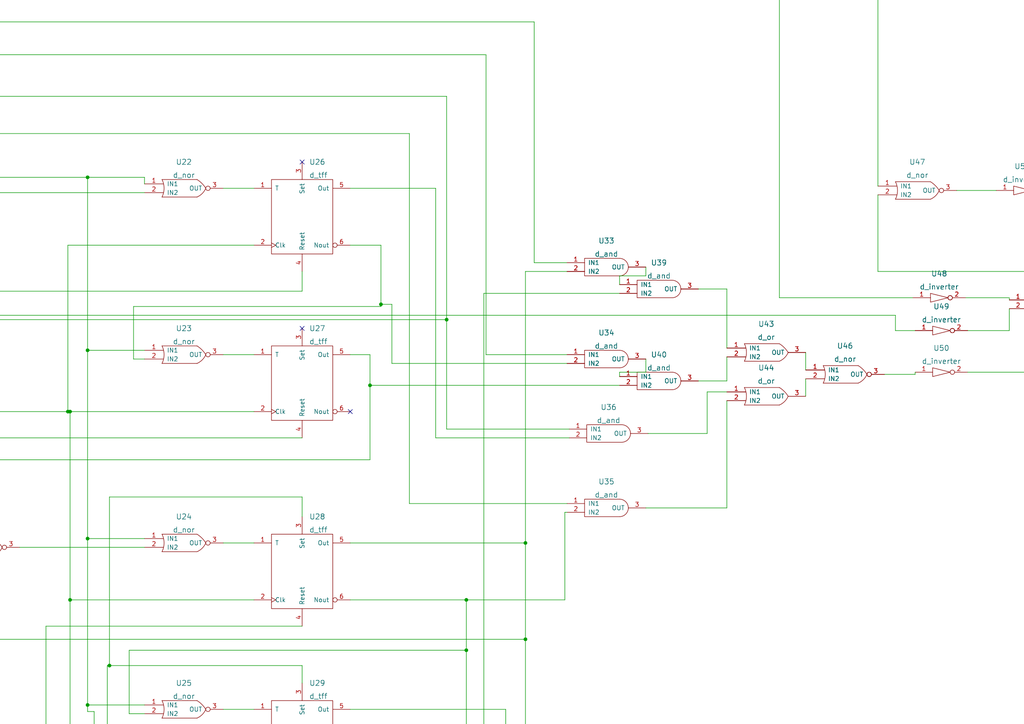
<source format=kicad_sch>
(kicad_sch (version 20211123) (generator eeschema)

  (uuid b8190df5-b76f-4346-90d7-96242a5ae62e)

  (paper "A4")

  (lib_symbols
    (symbol "eSim_Devices:resistor" (pin_numbers hide) (pin_names (offset 0)) (in_bom yes) (on_board yes)
      (property "Reference" "R" (id 0) (at 1.27 3.302 0)
        (effects (font (size 1.27 1.27)))
      )
      (property "Value" "resistor" (id 1) (at 1.27 -1.27 0)
        (effects (font (size 1.27 1.27)))
      )
      (property "Footprint" "" (id 2) (at 1.27 -0.508 0)
        (effects (font (size 0.762 0.762)))
      )
      (property "Datasheet" "" (id 3) (at 1.27 1.27 90)
        (effects (font (size 0.762 0.762)))
      )
      (property "ki_fp_filters" "R_* Resistor_*" (id 4) (at 0 0 0)
        (effects (font (size 1.27 1.27)) hide)
      )
      (symbol "resistor_0_1"
        (rectangle (start 3.81 0.254) (end -1.27 2.286)
          (stroke (width 0.254) (type default) (color 0 0 0 0))
          (fill (type none))
        )
      )
      (symbol "resistor_1_1"
        (pin passive line (at -2.54 1.27 0) (length 1.27)
          (name "~" (effects (font (size 1.524 1.524))))
          (number "1" (effects (font (size 1.524 1.524))))
        )
        (pin passive line (at 5.08 1.27 180) (length 1.27)
          (name "~" (effects (font (size 1.524 1.524))))
          (number "2" (effects (font (size 1.524 1.524))))
        )
      )
    )
    (symbol "eSim_Digital:d_and" (pin_names (offset 1.016)) (in_bom yes) (on_board yes)
      (property "Reference" "U" (id 0) (at 0 0 0)
        (effects (font (size 1.524 1.524)))
      )
      (property "Value" "d_and" (id 1) (at 1.27 2.54 0)
        (effects (font (size 1.524 1.524)))
      )
      (property "Footprint" "" (id 2) (at 0 0 0)
        (effects (font (size 1.524 1.524)))
      )
      (property "Datasheet" "" (id 3) (at 0 0 0)
        (effects (font (size 1.524 1.524)))
      )
      (symbol "d_and_0_1"
        (polyline
          (pts
            (xy 3.81 -1.27)
            (xy -6.35 -1.27)
            (xy -6.35 3.81)
            (xy 3.81 3.81)
          )
          (stroke (width 0) (type default) (color 0 0 0 0))
          (fill (type none))
        )
        (arc (start 3.81 -1.27) (mid 5.5897 -0.5171) (end 6.35 1.27)
          (stroke (width 0) (type default) (color 0 0 0 0))
          (fill (type none))
        )
        (arc (start 6.35 1.27) (mid 5.5971 3.0497) (end 3.81 3.81)
          (stroke (width 0) (type default) (color 0 0 0 0))
          (fill (type none))
        )
      )
      (symbol "d_and_1_1"
        (pin input line (at -11.43 2.54 0) (length 5.08)
          (name "IN1" (effects (font (size 1.27 1.27))))
          (number "1" (effects (font (size 1.27 1.27))))
        )
        (pin input line (at -11.43 0 0) (length 5.08)
          (name "IN2" (effects (font (size 1.27 1.27))))
          (number "2" (effects (font (size 1.27 1.27))))
        )
        (pin output line (at 11.43 1.27 180) (length 5.08)
          (name "OUT" (effects (font (size 1.27 1.27))))
          (number "3" (effects (font (size 1.27 1.27))))
        )
      )
    )
    (symbol "eSim_Digital:d_inverter" (pin_names (offset 1.016)) (in_bom yes) (on_board yes)
      (property "Reference" "U" (id 0) (at 0 -2.54 0)
        (effects (font (size 1.524 1.524)))
      )
      (property "Value" "d_inverter" (id 1) (at 0 3.81 0)
        (effects (font (size 1.524 1.524)))
      )
      (property "Footprint" "" (id 2) (at 1.27 -1.27 0)
        (effects (font (size 1.524 1.524)))
      )
      (property "Datasheet" "" (id 3) (at 1.27 -1.27 0)
        (effects (font (size 1.524 1.524)))
      )
      (symbol "d_inverter_0_1"
        (polyline
          (pts
            (xy -2.54 1.27)
            (xy -2.54 -1.27)
            (xy 2.54 0)
            (xy -2.54 1.27)
          )
          (stroke (width 0) (type default) (color 0 0 0 0))
          (fill (type none))
        )
      )
      (symbol "d_inverter_1_1"
        (pin input line (at -7.62 0 0) (length 5.08)
          (name "~" (effects (font (size 1.27 1.27))))
          (number "1" (effects (font (size 1.27 1.27))))
        )
        (pin output inverted (at 7.62 0 180) (length 5.08)
          (name "~" (effects (font (size 1.27 1.27))))
          (number "2" (effects (font (size 1.27 1.27))))
        )
      )
    )
    (symbol "eSim_Digital:d_nand" (pin_names (offset 1.016)) (in_bom yes) (on_board yes)
      (property "Reference" "U" (id 0) (at 0 0 0)
        (effects (font (size 1.524 1.524)))
      )
      (property "Value" "d_nand" (id 1) (at 1.27 2.54 0)
        (effects (font (size 1.524 1.524)))
      )
      (property "Footprint" "" (id 2) (at 0 0 0)
        (effects (font (size 1.524 1.524)))
      )
      (property "Datasheet" "" (id 3) (at 0 0 0)
        (effects (font (size 1.524 1.524)))
      )
      (symbol "d_nand_0_1"
        (polyline
          (pts
            (xy 3.81 -1.27)
            (xy -6.35 -1.27)
            (xy -6.35 3.81)
            (xy 3.81 3.81)
          )
          (stroke (width 0) (type default) (color 0 0 0 0))
          (fill (type none))
        )
        (arc (start 3.81 -1.27) (mid 5.5897 -0.5171) (end 6.35 1.27)
          (stroke (width 0) (type default) (color 0 0 0 0))
          (fill (type none))
        )
        (arc (start 6.35 1.27) (mid 5.5971 3.0497) (end 3.81 3.81)
          (stroke (width 0) (type default) (color 0 0 0 0))
          (fill (type none))
        )
      )
      (symbol "d_nand_1_1"
        (pin input line (at -11.43 2.54 0) (length 5.08)
          (name "IN1" (effects (font (size 1.27 1.27))))
          (number "1" (effects (font (size 1.27 1.27))))
        )
        (pin input line (at -11.43 0 0) (length 5.08)
          (name "IN2" (effects (font (size 1.27 1.27))))
          (number "2" (effects (font (size 1.27 1.27))))
        )
        (pin output inverted (at 11.43 1.27 180) (length 5.08)
          (name "OUT" (effects (font (size 1.27 1.27))))
          (number "3" (effects (font (size 1.27 1.27))))
        )
      )
    )
    (symbol "eSim_Digital:d_nor" (pin_names (offset 1.016)) (in_bom yes) (on_board yes)
      (property "Reference" "U" (id 0) (at 0 0 0)
        (effects (font (size 1.524 1.524)))
      )
      (property "Value" "d_nor" (id 1) (at 1.27 2.54 0)
        (effects (font (size 1.524 1.524)))
      )
      (property "Footprint" "" (id 2) (at 0 0 0)
        (effects (font (size 1.524 1.524)))
      )
      (property "Datasheet" "" (id 3) (at 0 0 0)
        (effects (font (size 1.524 1.524)))
      )
      (symbol "d_nor_0_1"
        (arc (start -6.35 -1.27) (mid -5.7504 1.27) (end -6.35 3.81)
          (stroke (width 0) (type default) (color 0 0 0 0))
          (fill (type none))
        )
        (polyline
          (pts
            (xy -6.35 -1.27)
            (xy 3.81 -1.27)
          )
          (stroke (width 0) (type default) (color 0 0 0 0))
          (fill (type none))
        )
        (polyline
          (pts
            (xy -6.35 3.81)
            (xy 3.81 3.81)
          )
          (stroke (width 0) (type default) (color 0 0 0 0))
          (fill (type none))
        )
        (arc (start 3.81 -1.27) (mid 5.3181 -0.2399) (end 6.35 1.27)
          (stroke (width 0) (type default) (color 0 0 0 0))
          (fill (type none))
        )
        (arc (start 6.35 1.27) (mid 5.2222 2.6828) (end 3.81 3.81)
          (stroke (width 0) (type default) (color 0 0 0 0))
          (fill (type none))
        )
      )
      (symbol "d_nor_1_1"
        (pin input line (at -11.43 2.54 0) (length 5.461)
          (name "IN1" (effects (font (size 1.27 1.27))))
          (number "1" (effects (font (size 1.27 1.27))))
        )
        (pin input line (at -11.43 0 0) (length 5.461)
          (name "IN2" (effects (font (size 1.27 1.27))))
          (number "2" (effects (font (size 1.27 1.27))))
        )
        (pin output inverted (at 11.43 1.27 180) (length 5.08)
          (name "OUT" (effects (font (size 1.27 1.27))))
          (number "3" (effects (font (size 1.27 1.27))))
        )
      )
    )
    (symbol "eSim_Digital:d_or" (pin_names (offset 1.016)) (in_bom yes) (on_board yes)
      (property "Reference" "U" (id 0) (at 0 0 0)
        (effects (font (size 1.524 1.524)))
      )
      (property "Value" "d_or" (id 1) (at 0 2.54 0)
        (effects (font (size 1.524 1.524)))
      )
      (property "Footprint" "" (id 2) (at 0 0 0)
        (effects (font (size 1.524 1.524)))
      )
      (property "Datasheet" "" (id 3) (at 0 0 0)
        (effects (font (size 1.524 1.524)))
      )
      (symbol "d_or_0_1"
        (arc (start -6.35 -1.27) (mid -5.7504 1.27) (end -6.35 3.81)
          (stroke (width 0) (type default) (color 0 0 0 0))
          (fill (type none))
        )
        (polyline
          (pts
            (xy -6.35 -1.27)
            (xy 3.81 -1.27)
          )
          (stroke (width 0) (type default) (color 0 0 0 0))
          (fill (type none))
        )
        (polyline
          (pts
            (xy -6.35 3.81)
            (xy 3.81 3.81)
          )
          (stroke (width 0) (type default) (color 0 0 0 0))
          (fill (type none))
        )
        (arc (start 3.81 -1.27) (mid 5.3181 -0.2399) (end 6.35 1.27)
          (stroke (width 0) (type default) (color 0 0 0 0))
          (fill (type none))
        )
        (arc (start 6.35 1.27) (mid 5.2222 2.6828) (end 3.81 3.81)
          (stroke (width 0) (type default) (color 0 0 0 0))
          (fill (type none))
        )
      )
      (symbol "d_or_1_1"
        (pin input line (at -11.43 2.54 0) (length 5.461)
          (name "IN1" (effects (font (size 1.27 1.27))))
          (number "1" (effects (font (size 1.27 1.27))))
        )
        (pin input line (at -11.43 0 0) (length 5.461)
          (name "IN2" (effects (font (size 1.27 1.27))))
          (number "2" (effects (font (size 1.27 1.27))))
        )
        (pin output line (at 11.43 1.27 180) (length 5.08)
          (name "OUT" (effects (font (size 1.27 1.27))))
          (number "3" (effects (font (size 1.27 1.27))))
        )
      )
    )
    (symbol "eSim_Digital:d_tff" (pin_names (offset 1.016)) (in_bom yes) (on_board yes)
      (property "Reference" "U" (id 0) (at 0 0 0)
        (effects (font (size 1.524 1.524)))
      )
      (property "Value" "d_tff" (id 1) (at 0 3.81 0)
        (effects (font (size 1.524 1.524)))
      )
      (property "Footprint" "" (id 2) (at 0 0 0)
        (effects (font (size 1.524 1.524)))
      )
      (property "Datasheet" "" (id 3) (at 0 0 0)
        (effects (font (size 1.524 1.524)))
      )
      (symbol "d_tff_0_1"
        (rectangle (start 8.89 11.43) (end -8.89 -10.16)
          (stroke (width 0) (type default) (color 0 0 0 0))
          (fill (type none))
        )
      )
      (symbol "d_tff_1_1"
        (pin input line (at -13.97 8.89 0) (length 5.08)
          (name "T" (effects (font (size 1.27 1.27))))
          (number "1" (effects (font (size 1.27 1.27))))
        )
        (pin input clock (at -13.97 -7.62 0) (length 5.08)
          (name "Clk" (effects (font (size 1.27 1.27))))
          (number "2" (effects (font (size 1.27 1.27))))
        )
        (pin input line (at 0 16.51 270) (length 5.08)
          (name "Set" (effects (font (size 1.27 1.27))))
          (number "3" (effects (font (size 1.27 1.27))))
        )
        (pin input line (at 0 -15.24 90) (length 5.08)
          (name "Reset" (effects (font (size 1.27 1.27))))
          (number "4" (effects (font (size 1.27 1.27))))
        )
        (pin output line (at 13.97 8.89 180) (length 5.08)
          (name "Out" (effects (font (size 1.27 1.27))))
          (number "5" (effects (font (size 1.27 1.27))))
        )
        (pin output inverted (at 13.97 -7.62 180) (length 5.08)
          (name "Nout" (effects (font (size 1.27 1.27))))
          (number "6" (effects (font (size 1.27 1.27))))
        )
      )
    )
    (symbol "eSim_Hybrid:adc_bridge_3" (pin_names (offset 1.016)) (in_bom yes) (on_board yes)
      (property "Reference" "U" (id 0) (at 0 0 0)
        (effects (font (size 1.524 1.524)))
      )
      (property "Value" "adc_bridge_3" (id 1) (at 0 3.81 0)
        (effects (font (size 1.524 1.524)))
      )
      (property "Footprint" "" (id 2) (at 0 0 0)
        (effects (font (size 1.524 1.524)))
      )
      (property "Datasheet" "" (id 3) (at 0 0 0)
        (effects (font (size 1.524 1.524)))
      )
      (symbol "adc_bridge_3_0_1"
        (rectangle (start -10.16 5.08) (end 8.89 -5.08)
          (stroke (width 0) (type default) (color 0 0 0 0))
          (fill (type none))
        )
      )
      (symbol "adc_bridge_3_1_1"
        (pin input line (at -15.24 1.27 0) (length 5.08)
          (name "IN1" (effects (font (size 1.27 1.27))))
          (number "1" (effects (font (size 1.27 1.27))))
        )
        (pin input line (at -15.24 -1.27 0) (length 5.08)
          (name "IN2" (effects (font (size 1.27 1.27))))
          (number "2" (effects (font (size 1.27 1.27))))
        )
        (pin input line (at -15.24 -3.81 0) (length 5.08)
          (name "IN3" (effects (font (size 1.27 1.27))))
          (number "3" (effects (font (size 1.27 1.27))))
        )
        (pin output line (at 13.97 1.27 180) (length 5.08)
          (name "OUT1" (effects (font (size 1.27 1.27))))
          (number "4" (effects (font (size 1.27 1.27))))
        )
        (pin output line (at 13.97 -1.27 180) (length 5.08)
          (name "OUT2" (effects (font (size 1.27 1.27))))
          (number "5" (effects (font (size 1.27 1.27))))
        )
        (pin output line (at 13.97 -3.81 180) (length 5.08)
          (name "OUT3" (effects (font (size 1.27 1.27))))
          (number "6" (effects (font (size 1.27 1.27))))
        )
      )
    )
    (symbol "eSim_Hybrid:dac_bridge_4" (pin_names (offset 1.016)) (in_bom yes) (on_board yes)
      (property "Reference" "U" (id 0) (at 0 0 0)
        (effects (font (size 1.524 1.524)))
      )
      (property "Value" "dac_bridge_4" (id 1) (at 0 7.62 0)
        (effects (font (size 1.524 1.524)))
      )
      (property "Footprint" "" (id 2) (at 0 0 0)
        (effects (font (size 1.524 1.524)))
      )
      (property "Datasheet" "" (id 3) (at 0 0 0)
        (effects (font (size 1.524 1.524)))
      )
      (symbol "dac_bridge_4_0_1"
        (rectangle (start -8.89 8.89) (end 8.89 -5.08)
          (stroke (width 0) (type default) (color 0 0 0 0))
          (fill (type none))
        )
      )
      (symbol "dac_bridge_4_1_1"
        (pin input line (at -13.97 5.08 0) (length 5.08)
          (name "IN1" (effects (font (size 1.27 1.27))))
          (number "1" (effects (font (size 1.27 1.27))))
        )
        (pin input line (at -13.97 2.54 0) (length 5.08)
          (name "IN2" (effects (font (size 1.27 1.27))))
          (number "2" (effects (font (size 1.27 1.27))))
        )
        (pin input line (at -13.97 0 0) (length 5.08)
          (name "IN3" (effects (font (size 1.27 1.27))))
          (number "3" (effects (font (size 1.27 1.27))))
        )
        (pin input line (at -13.97 -2.54 0) (length 5.08)
          (name "IN4" (effects (font (size 1.27 1.27))))
          (number "4" (effects (font (size 1.27 1.27))))
        )
        (pin output line (at 13.97 5.08 180) (length 5.08)
          (name "OUT1" (effects (font (size 1.27 1.27))))
          (number "5" (effects (font (size 1.27 1.27))))
        )
        (pin output line (at 13.97 2.54 180) (length 5.08)
          (name "OUT2" (effects (font (size 1.27 1.27))))
          (number "6" (effects (font (size 1.27 1.27))))
        )
        (pin output line (at 13.97 0 180) (length 5.08)
          (name "OUT3" (effects (font (size 1.27 1.27))))
          (number "7" (effects (font (size 1.27 1.27))))
        )
        (pin output line (at 13.97 -2.54 180) (length 5.08)
          (name "OUT4" (effects (font (size 1.27 1.27))))
          (number "8" (effects (font (size 1.27 1.27))))
        )
      )
    )
    (symbol "eSim_Plot:plot_v1" (pin_names (offset 1.016)) (in_bom yes) (on_board yes)
      (property "Reference" "U" (id 0) (at 0 12.7 0)
        (effects (font (size 1.524 1.524)))
      )
      (property "Value" "plot_v1" (id 1) (at 5.08 8.89 0)
        (effects (font (size 1.524 1.524)))
      )
      (property "Footprint" "" (id 2) (at 0 0 0)
        (effects (font (size 1.524 1.524)))
      )
      (property "Datasheet" "" (id 3) (at 0 0 0)
        (effects (font (size 1.524 1.524)))
      )
      (symbol "plot_v1_0_1"
        (circle (center 0 12.7) (radius 2.54)
          (stroke (width 0) (type default) (color 0 0 0 0))
          (fill (type none))
        )
      )
      (symbol "plot_v1_1_1"
        (pin input line (at 0 5.08 90) (length 5.08)
          (name "~" (effects (font (size 1.27 1.27))))
          (number "~" (effects (font (size 1.27 1.27))))
        )
      )
    )
    (symbol "eSim_Power:eSim_GND" (power) (pin_names (offset 0)) (in_bom yes) (on_board yes)
      (property "Reference" "#PWR" (id 0) (at 0 -6.35 0)
        (effects (font (size 1.27 1.27)) hide)
      )
      (property "Value" "eSim_GND" (id 1) (at 0 -3.81 0)
        (effects (font (size 1.27 1.27)))
      )
      (property "Footprint" "" (id 2) (at 0 0 0)
        (effects (font (size 1.27 1.27)) hide)
      )
      (property "Datasheet" "" (id 3) (at 0 0 0)
        (effects (font (size 1.27 1.27)) hide)
      )
      (symbol "eSim_GND_0_1"
        (polyline
          (pts
            (xy 0 0)
            (xy 0 -1.27)
            (xy 1.27 -1.27)
            (xy 0 -2.54)
            (xy -1.27 -1.27)
            (xy 0 -1.27)
          )
          (stroke (width 0) (type default) (color 0 0 0 0))
          (fill (type none))
        )
      )
      (symbol "eSim_GND_1_1"
        (pin power_in line (at 0 0 270) (length 0) hide
          (name "GND" (effects (font (size 1.27 1.27))))
          (number "1" (effects (font (size 1.27 1.27))))
        )
      )
    )
    (symbol "eSim_Sources:DC" (pin_names (offset 1.016)) (in_bom yes) (on_board yes)
      (property "Reference" "v" (id 0) (at -5.08 2.54 0)
        (effects (font (size 1.524 1.524)))
      )
      (property "Value" "DC" (id 1) (at -5.08 -1.27 0)
        (effects (font (size 1.524 1.524)))
      )
      (property "Footprint" "R1" (id 2) (at -7.62 0 0)
        (effects (font (size 1.524 1.524)))
      )
      (property "Datasheet" "" (id 3) (at 0 0 0)
        (effects (font (size 1.524 1.524)))
      )
      (property "ki_fp_filters" "1_pin" (id 4) (at 0 0 0)
        (effects (font (size 1.27 1.27)) hide)
      )
      (symbol "DC_0_1"
        (circle (center 0 0) (radius 3.81)
          (stroke (width 0) (type default) (color 0 0 0 0))
          (fill (type none))
        )
      )
      (symbol "DC_1_1"
        (pin power_out line (at 0 11.43 270) (length 7.62)
          (name "+" (effects (font (size 1.27 1.27))))
          (number "1" (effects (font (size 1.27 1.27))))
        )
        (pin power_out line (at 0 -11.43 90) (length 7.62)
          (name "-" (effects (font (size 1.27 1.27))))
          (number "2" (effects (font (size 1.27 1.27))))
        )
      )
    )
    (symbol "eSim_Sources:pulse" (pin_names (offset 1.016)) (in_bom yes) (on_board yes)
      (property "Reference" "v" (id 0) (at -5.08 2.54 0)
        (effects (font (size 1.524 1.524)))
      )
      (property "Value" "pulse" (id 1) (at -5.08 -1.27 0)
        (effects (font (size 1.524 1.524)))
      )
      (property "Footprint" "R1" (id 2) (at -7.62 0 0)
        (effects (font (size 1.524 1.524)))
      )
      (property "Datasheet" "" (id 3) (at 0 0 0)
        (effects (font (size 1.524 1.524)))
      )
      (property "ki_fp_filters" "1_pin" (id 4) (at 0 0 0)
        (effects (font (size 1.27 1.27)) hide)
      )
      (symbol "pulse_0_1"
        (arc (start -1.27 1.27) (mid -1.3491 0) (end -1.27 -1.27)
          (stroke (width 0) (type default) (color 0 0 0 0))
          (fill (type none))
        )
        (arc (start 0 -1.27) (mid 0.635 -1.2876) (end 1.27 -1.27)
          (stroke (width 0) (type default) (color 0 0 0 0))
          (fill (type none))
        )
        (circle (center 0 0) (radius 3.81)
          (stroke (width 0) (type default) (color 0 0 0 0))
          (fill (type none))
        )
        (arc (start 0 1.27) (mid -0.635 1.2859) (end -1.27 1.27)
          (stroke (width 0) (type default) (color 0 0 0 0))
          (fill (type none))
        )
        (arc (start 0 1.27) (mid -0.0703 0) (end 0 -1.27)
          (stroke (width 0) (type default) (color 0 0 0 0))
          (fill (type none))
        )
        (arc (start 1.27 1.27) (mid 1.2124 0) (end 1.27 -1.27)
          (stroke (width 0) (type default) (color 0 0 0 0))
          (fill (type none))
        )
        (arc (start 1.27 1.27) (mid 1.905 1.2556) (end 2.54 1.27)
          (stroke (width 0) (type default) (color 0 0 0 0))
          (fill (type none))
        )
      )
      (symbol "pulse_1_1"
        (pin passive line (at 0 11.43 270) (length 7.62)
          (name "+" (effects (font (size 1.27 1.27))))
          (number "1" (effects (font (size 1.27 1.27))))
        )
        (pin passive line (at 0 -11.43 90) (length 7.62)
          (name "-" (effects (font (size 1.27 1.27))))
          (number "2" (effects (font (size 1.27 1.27))))
        )
      )
    )
  )

  (junction (at 226.06 -22.86) (diameter 0) (color 0 0 0 0)
    (uuid 11b4ff0c-1106-4954-b642-d021a2a21911)
  )
  (junction (at 152.4 185.42) (diameter 0) (color 0 0 0 0)
    (uuid 163de756-0e13-47d0-a387-1785b50ca833)
  )
  (junction (at 110.49 88.265) (diameter 0) (color 0 0 0 0)
    (uuid 16e3e726-166f-450d-982b-490b6a82254d)
  )
  (junction (at -72.39 24.13) (diameter 0) (color 0 0 0 0)
    (uuid 2d050347-600c-4f95-8cfd-6b22578f4780)
  )
  (junction (at 425.45 73.66) (diameter 0) (color 0 0 0 0)
    (uuid 35df60c9-2ef9-46be-b9af-328eb19c13ab)
  )
  (junction (at 20.32 119.38) (diameter 0) (color 0 0 0 0)
    (uuid 377c8599-4cf4-44a9-a4f4-2d262cd8158b)
  )
  (junction (at 386.715 287.02) (diameter 0) (color 0 0 0 0)
    (uuid 3b2cd281-34ce-428a-b61b-352b5d90994d)
  )
  (junction (at -65.405 15.875) (diameter 0) (color 0 0 0 0)
    (uuid 3dd1365e-0682-4ac1-bb02-7503b73cb62f)
  )
  (junction (at 441.325 73.66) (diameter 0) (color 0 0 0 0)
    (uuid 49879642-3880-4808-92fd-df3621364b09)
  )
  (junction (at 25.4 101.6) (diameter 0) (color 0 0 0 0)
    (uuid 4be2ce42-ff57-4e28-bfe6-46ae667f6419)
  )
  (junction (at 25.4 51.435) (diameter 0) (color 0 0 0 0)
    (uuid 51800dc2-2133-4305-a146-b48d39fef326)
  )
  (junction (at -65.405 21.59) (diameter 0) (color 0 0 0 0)
    (uuid 51804aa6-4f79-42e2-817d-f0a47f03132b)
  )
  (junction (at -72.39 38.735) (diameter 0) (color 0 0 0 0)
    (uuid 527b716b-a15a-495d-a51a-ad2c88f6ce99)
  )
  (junction (at -171.45 17.145) (diameter 0) (color 0 0 0 0)
    (uuid 531e09ad-1e55-4e64-b326-fe43737e0b4e)
  )
  (junction (at 425.45 85.725) (diameter 0) (color 0 0 0 0)
    (uuid 5efbde5c-b307-4633-90aa-ae9a41b0e614)
  )
  (junction (at 441.325 80.645) (diameter 0) (color 0 0 0 0)
    (uuid 634e4277-83d1-406c-9bd2-1ac7a56b71b9)
  )
  (junction (at -72.39 51.435) (diameter 0) (color 0 0 0 0)
    (uuid 65e24e32-95b0-4046-a6eb-b3e77e63caa3)
  )
  (junction (at 129.54 92.71) (diameter 0) (color 0 0 0 0)
    (uuid 65e8b552-b340-4087-9b61-fa8211c81e96)
  )
  (junction (at 107.315 111.76) (diameter 0) (color 0 0 0 0)
    (uuid 6787310b-dd03-447c-a989-756fbe63805b)
  )
  (junction (at 433.07 83.185) (diameter 0) (color 0 0 0 0)
    (uuid 7819d6a8-1e4a-492e-94bc-326fa655f8aa)
  )
  (junction (at 417.83 88.265) (diameter 0) (color 0 0 0 0)
    (uuid 872d1900-9235-43d2-8096-01c9c9835161)
  )
  (junction (at 135.255 188.595) (diameter 0) (color 0 0 0 0)
    (uuid 90f8af03-4360-4577-94a7-2ea652db1000)
  )
  (junction (at 417.83 71.12) (diameter 0) (color 0 0 0 0)
    (uuid 92613bad-aefd-4f17-9c82-75b39eb1e5db)
  )
  (junction (at 2.54 227.33) (diameter 0) (color 0 0 0 0)
    (uuid 93f51f97-9094-442e-b354-14b1b13365d1)
  )
  (junction (at 433.07 73.66) (diameter 0) (color 0 0 0 0)
    (uuid 96785bac-a597-4813-8d59-cedd7f381b9f)
  )
  (junction (at -73.025 203.2) (diameter 0) (color 0 0 0 0)
    (uuid 97569bc2-012f-44b7-a590-1059f4570a0c)
  )
  (junction (at 152.4 157.48) (diameter 0) (color 0 0 0 0)
    (uuid a7ef64d3-e4c7-469f-9783-b65234b22189)
  )
  (junction (at 25.4 204.47) (diameter 0) (color 0 0 0 0)
    (uuid ad8520c6-c205-4347-af18-a4792d414e95)
  )
  (junction (at -57.785 119.38) (diameter 0) (color 0 0 0 0)
    (uuid b2892736-5956-441a-8c37-cb5fc6e7293c)
  )
  (junction (at 336.55 95.25) (diameter 0) (color 0 0 0 0)
    (uuid b8593ad6-48df-4396-8099-c2bcbb527ed9)
  )
  (junction (at -27.94 227.33) (diameter 0) (color 0 0 0 0)
    (uuid bac8eea3-2ff6-4e96-b9b7-d702682f4480)
  )
  (junction (at 135.255 173.99) (diameter 0) (color 0 0 0 0)
    (uuid bf638dee-918e-4e55-845a-210ac6fe39d2)
  )
  (junction (at 31.75 193.04) (diameter 0) (color 0 0 0 0)
    (uuid cf8c4817-995e-460a-b9fe-2db0367ca73a)
  )
  (junction (at -171.45 26.67) (diameter 0) (color 0 0 0 0)
    (uuid d2ec6e26-1b37-4e52-9319-2f1896209578)
  )
  (junction (at 13.335 229.87) (diameter 0) (color 0 0 0 0)
    (uuid d8542068-cbef-4601-a7d7-738e31d7de5d)
  )
  (junction (at 25.4 156.21) (diameter 0) (color 0 0 0 0)
    (uuid dc7c3082-a685-4b7f-bdae-736592f6bde5)
  )
  (junction (at -17.145 160.02) (diameter 0) (color 0 0 0 0)
    (uuid deb155f2-0502-4833-86b0-4d11d0669147)
  )
  (junction (at -52.705 256.54) (diameter 0) (color 0 0 0 0)
    (uuid df18afc7-f3a3-45dd-b8dd-e71677d21750)
  )
  (junction (at 140.335 222.25) (diameter 0) (color 0 0 0 0)
    (uuid e5dea4ab-2ef2-44a1-917b-8d1b56fd9af7)
  )
  (junction (at 20.32 173.99) (diameter 0) (color 0 0 0 0)
    (uuid f417e913-4e3e-4b87-a33f-5400f66ad7a1)
  )
  (junction (at -52.705 127) (diameter 0) (color 0 0 0 0)
    (uuid f52a1429-7efb-485f-a9d7-8c5ca7701aec)
  )
  (junction (at 19.685 119.38) (diameter 0) (color 0 0 0 0)
    (uuid f7bfc74e-ddbf-4f32-a28a-b2771efe0e5e)
  )

  (no_connect (at 87.63 46.99) (uuid 403884d6-3e38-47d7-87dd-dc97ee267420))
  (no_connect (at 87.63 95.25) (uuid 75a819ed-7ac3-4a97-9607-be57e8a40b4f))
  (no_connect (at 101.6 119.38) (uuid bdb0366d-4e97-44f9-bfea-ee85cea00317))

  (wire (pts (xy 107.315 111.76) (xy 107.315 133.35))
    (stroke (width 0) (type default) (color 0 0 0 0))
    (uuid 00f4db5a-6a8d-48a6-af75-889e386a8eb9)
  )
  (wire (pts (xy 213.995 225.425) (xy 385.445 225.425))
    (stroke (width 0) (type default) (color 0 0 0 0))
    (uuid 012d90ee-e5c5-4ec4-8c10-78a3e246648e)
  )
  (wire (pts (xy -54.61 240.665) (xy -53.975 240.665))
    (stroke (width 0) (type default) (color 0 0 0 0))
    (uuid 0183fc40-8ded-4129-a546-9a19de054895)
  )
  (wire (pts (xy -72.39 -22.86) (xy 226.06 -22.86))
    (stroke (width 0) (type default) (color 0 0 0 0))
    (uuid 01defe69-480d-4597-9bdf-e05444e90e11)
  )
  (wire (pts (xy -174.625 49.53) (xy -174.625 52.705))
    (stroke (width 0) (type default) (color 0 0 0 0))
    (uuid 0343f5a4-efda-4932-b2d8-251b96f041a1)
  )
  (wire (pts (xy -168.91 17.145) (xy -171.45 17.145))
    (stroke (width 0) (type default) (color 0 0 0 0))
    (uuid 03d9d3cf-cbad-496f-ad3c-edaf7a53df3e)
  )
  (wire (pts (xy 433.07 73.66) (xy 433.07 83.185))
    (stroke (width 0) (type default) (color 0 0 0 0))
    (uuid 03f85074-9887-4148-8540-6c8457fd8bff)
  )
  (wire (pts (xy 107.315 102.87) (xy 107.315 111.76))
    (stroke (width 0) (type default) (color 0 0 0 0))
    (uuid 0422b799-c170-4578-8b77-e903c54ef0f1)
  )
  (wire (pts (xy 179.705 80.01) (xy 179.705 82.55))
    (stroke (width 0) (type default) (color 0 0 0 0))
    (uuid 05dbbe6d-eac3-47f4-b710-e1b8f7a31042)
  )
  (wire (pts (xy 154.94 6.35) (xy 154.94 76.2))
    (stroke (width 0) (type default) (color 0 0 0 0))
    (uuid 07d81ae4-5627-4c7b-a913-00da50f30997)
  )
  (wire (pts (xy 38.735 104.14) (xy 41.91 104.14))
    (stroke (width 0) (type default) (color 0 0 0 0))
    (uuid 081dd717-d818-42ae-8cd0-c0e186b29a8a)
  )
  (wire (pts (xy 73.66 173.99) (xy 20.32 173.99))
    (stroke (width 0) (type default) (color 0 0 0 0))
    (uuid 09ea7137-271c-4e38-a5e5-cd273c5db253)
  )
  (wire (pts (xy 210.82 103.505) (xy 210.82 110.49))
    (stroke (width 0) (type default) (color 0 0 0 0))
    (uuid 0d116387-4b9a-4552-b667-c77703b4de7d)
  )
  (wire (pts (xy 441.325 80.645) (xy 446.405 80.645))
    (stroke (width 0) (type default) (color 0 0 0 0))
    (uuid 0e569acc-26c7-49a8-886d-98200cbbd936)
  )
  (wire (pts (xy 352.425 57.15) (xy 376.555 57.15))
    (stroke (width 0) (type default) (color 0 0 0 0))
    (uuid 0ec274e0-361f-4ad3-bf5b-82a53ef4597a)
  )
  (wire (pts (xy -187.96 24.13) (xy -162.56 24.13))
    (stroke (width 0) (type default) (color 0 0 0 0))
    (uuid 0ec4b1fb-db66-4a54-ac0d-32a3db5da356)
  )
  (wire (pts (xy 191.135 225.425) (xy 198.755 225.425))
    (stroke (width 0) (type default) (color 0 0 0 0))
    (uuid 1051b2e6-d048-4322-be82-843a189174f9)
  )
  (wire (pts (xy -36.83 15.875) (xy -28.575 15.875))
    (stroke (width 0) (type default) (color 0 0 0 0))
    (uuid 10c87750-160e-48ad-882c-fca269484d7e)
  )
  (wire (pts (xy 354.965 95.25) (xy 376.555 95.25))
    (stroke (width 0) (type default) (color 0 0 0 0))
    (uuid 1271fdcd-7e40-4625-9d2a-c1aa9af75bca)
  )
  (wire (pts (xy 87.63 84.455) (xy 87.63 78.74))
    (stroke (width 0) (type default) (color 0 0 0 0))
    (uuid 1536210a-f196-4d94-9129-a6a1deb7478d)
  )
  (wire (pts (xy 126.365 54.61) (xy 126.365 127))
    (stroke (width 0) (type default) (color 0 0 0 0))
    (uuid 15670c87-4d11-40d5-8fac-6383a6f0c797)
  )
  (wire (pts (xy 385.445 85.725) (xy 385.445 225.425))
    (stroke (width 0) (type default) (color 0 0 0 0))
    (uuid 1639c8ee-70bd-42f9-9cce-25be7786fc6e)
  )
  (wire (pts (xy 156.845 278.765) (xy 156.845 278.13))
    (stroke (width 0) (type default) (color 0 0 0 0))
    (uuid 17b437c0-62ad-46e3-82a4-f947548c2a99)
  )
  (wire (pts (xy 41.91 51.435) (xy 41.91 53.34))
    (stroke (width 0) (type default) (color 0 0 0 0))
    (uuid 18d964e6-ad54-48ce-80bc-77a9a3308919)
  )
  (wire (pts (xy 425.45 85.725) (xy 431.165 85.725))
    (stroke (width 0) (type default) (color 0 0 0 0))
    (uuid 18f7a4cb-6707-4ecc-8695-e44086f842ee)
  )
  (wire (pts (xy 441.325 69.215) (xy 441.325 73.66))
    (stroke (width 0) (type default) (color 0 0 0 0))
    (uuid 199c84d2-066e-4654-adcc-7adbb52e4688)
  )
  (wire (pts (xy 336.55 78.74) (xy 336.55 95.25))
    (stroke (width 0) (type default) (color 0 0 0 0))
    (uuid 1b8e20b6-761c-410b-8e87-e7c7ab01cf50)
  )
  (wire (pts (xy 315.595 91.44) (xy 307.34 91.44))
    (stroke (width 0) (type default) (color 0 0 0 0))
    (uuid 1bcb5231-de09-431e-b0cd-0a6e2448c53f)
  )
  (wire (pts (xy 202.565 83.82) (xy 210.82 83.82))
    (stroke (width 0) (type default) (color 0 0 0 0))
    (uuid 1be3f10d-e817-4344-be1c-73287fdf295b)
  )
  (wire (pts (xy -72.39 38.735) (xy -52.07 38.735))
    (stroke (width 0) (type default) (color 0 0 0 0))
    (uuid 1beebdc7-e611-4dfa-a50d-1cd4173dc65d)
  )
  (wire (pts (xy 376.555 80.645) (xy 389.255 80.645))
    (stroke (width 0) (type default) (color 0 0 0 0))
    (uuid 1cc9be31-f89f-440b-97bb-461e5a8d0076)
  )
  (wire (pts (xy -20.32 160.02) (xy -17.145 160.02))
    (stroke (width 0) (type default) (color 0 0 0 0))
    (uuid 1ce31db9-1d8c-4190-bac8-9d5c6969ca29)
  )
  (wire (pts (xy 25.4 101.6) (xy 25.4 156.21))
    (stroke (width 0) (type default) (color 0 0 0 0))
    (uuid 1d045ac2-3ce0-415d-9d07-0aa774227280)
  )
  (wire (pts (xy 187.96 283.845) (xy 187.96 285.75))
    (stroke (width 0) (type default) (color 0 0 0 0))
    (uuid 1f23cd47-35f8-4cca-91eb-51d93774fbb0)
  )
  (wire (pts (xy 31.115 193.04) (xy 31.75 193.04))
    (stroke (width 0) (type default) (color 0 0 0 0))
    (uuid 1fbe6692-bc84-4d75-835f-2bba64561ff8)
  )
  (wire (pts (xy 140.335 278.13) (xy 141.605 278.13))
    (stroke (width 0) (type default) (color 0 0 0 0))
    (uuid 2051dde5-8036-48e3-ac06-9f182e30d64e)
  )
  (wire (pts (xy -65.405 6.35) (xy -65.405 15.875))
    (stroke (width 0) (type default) (color 0 0 0 0))
    (uuid 2099fa68-a750-4db1-96ac-b6d28353b277)
  )
  (wire (pts (xy 233.68 109.855) (xy 233.68 114.935))
    (stroke (width 0) (type default) (color 0 0 0 0))
    (uuid 21705b94-a7c6-40b3-aeac-51fa2682609e)
  )
  (wire (pts (xy 169.545 278.765) (xy 156.845 278.765))
    (stroke (width 0) (type default) (color 0 0 0 0))
    (uuid 2311b7b5-6808-476e-ba2a-001c2bee0386)
  )
  (wire (pts (xy -0.635 227.33) (xy 2.54 227.33))
    (stroke (width 0) (type default) (color 0 0 0 0))
    (uuid 2545cf07-09be-4e67-ba44-c453071cfac2)
  )
  (wire (pts (xy 5.715 158.75) (xy 41.91 158.75))
    (stroke (width 0) (type default) (color 0 0 0 0))
    (uuid 2585e75f-5da2-485f-88f4-dadbed06f9ee)
  )
  (wire (pts (xy 254.635 78.74) (xy 254.635 56.515))
    (stroke (width 0) (type default) (color 0 0 0 0))
    (uuid 25cf0d75-e17a-4996-982d-f400846a038d)
  )
  (wire (pts (xy 179.705 85.09) (xy 140.335 85.09))
    (stroke (width 0) (type default) (color 0 0 0 0))
    (uuid 261d45f4-1b20-4df0-a00b-118007022e6f)
  )
  (wire (pts (xy -17.145 160.02) (xy -17.145 185.42))
    (stroke (width 0) (type default) (color 0 0 0 0))
    (uuid 283a7047-ee31-4f00-a9ab-4ba448c2c372)
  )
  (wire (pts (xy 311.15 107.95) (xy 311.15 96.52))
    (stroke (width 0) (type default) (color 0 0 0 0))
    (uuid 29180099-b579-43e6-b5fe-2777647bc678)
  )
  (wire (pts (xy 146.685 205.74) (xy 146.685 226.695))
    (stroke (width 0) (type default) (color 0 0 0 0))
    (uuid 2947ddc4-b58f-4009-85a6-1dbbd1377a43)
  )
  (wire (pts (xy -36.83 38.735) (xy -28.575 38.735))
    (stroke (width 0) (type default) (color 0 0 0 0))
    (uuid 2a5f2068-3b2f-4b42-9566-b8dcf7e31064)
  )
  (wire (pts (xy 41.91 207.01) (xy 37.465 207.01))
    (stroke (width 0) (type default) (color 0 0 0 0))
    (uuid 2dbd6ce3-329f-4213-8587-85a6cb40a8d8)
  )
  (wire (pts (xy -133.35 26.67) (xy -133.35 120.65))
    (stroke (width 0) (type default) (color 0 0 0 0))
    (uuid 2defee0e-8f32-4018-9fc0-393869a40445)
  )
  (wire (pts (xy 202.565 110.49) (xy 210.82 110.49))
    (stroke (width 0) (type default) (color 0 0 0 0))
    (uuid 2df098d2-96cd-478e-920a-cef5b99a0893)
  )
  (wire (pts (xy 265.43 95.885) (xy 259.715 95.885))
    (stroke (width 0) (type default) (color 0 0 0 0))
    (uuid 2ea446a7-ddde-4efc-b84e-b1c43b07aa2f)
  )
  (wire (pts (xy 64.77 102.87) (xy 73.66 102.87))
    (stroke (width 0) (type default) (color 0 0 0 0))
    (uuid 3033b408-482a-49be-bd92-16f60e3ab228)
  )
  (wire (pts (xy 254.635 -22.86) (xy 226.06 -22.86))
    (stroke (width 0) (type default) (color 0 0 0 0))
    (uuid 30c00247-1456-447b-9352-d603e7da3a20)
  )
  (wire (pts (xy -51.435 240.665) (xy -27.94 240.665))
    (stroke (width 0) (type default) (color 0 0 0 0))
    (uuid 31574212-360c-4c53-969a-12afbe950cc4)
  )
  (wire (pts (xy 27.305 299.72) (xy 142.24 299.72))
    (stroke (width 0) (type default) (color 0 0 0 0))
    (uuid 31daa5d4-9594-4d50-977a-03ab86ae7a6d)
  )
  (wire (pts (xy 110.49 71.12) (xy 110.49 88.265))
    (stroke (width 0) (type default) (color 0 0 0 0))
    (uuid 3207d203-683c-4317-adc6-362d4affced8)
  )
  (wire (pts (xy 129.54 92.71) (xy 129.54 124.46))
    (stroke (width 0) (type default) (color 0 0 0 0))
    (uuid 33694431-43b5-4801-8b8d-8667c9ddd06a)
  )
  (wire (pts (xy -57.785 91.44) (xy -57.785 119.38))
    (stroke (width 0) (type default) (color 0 0 0 0))
    (uuid 33c41eb7-a7dd-4b36-9f8e-4931e16c251c)
  )
  (wire (pts (xy -75.565 203.2) (xy -73.025 203.2))
    (stroke (width 0) (type default) (color 0 0 0 0))
    (uuid 33da4c61-c61d-400c-a686-a30f72e6a8d4)
  )
  (wire (pts (xy 113.665 88.265) (xy 110.49 88.265))
    (stroke (width 0) (type default) (color 0 0 0 0))
    (uuid 33f4cbd4-866b-4df9-9592-d1fb924725bd)
  )
  (wire (pts (xy 142.24 287.655) (xy 135.255 287.655))
    (stroke (width 0) (type default) (color 0 0 0 0))
    (uuid 381554aa-c354-4523-be7c-882323270656)
  )
  (wire (pts (xy 446.405 83.185) (xy 446.405 94.615))
    (stroke (width 0) (type default) (color 0 0 0 0))
    (uuid 38bffc99-6ed3-4272-8779-d8bf1b2fbed8)
  )
  (wire (pts (xy -36.83 51.435) (xy -28.575 51.435))
    (stroke (width 0) (type default) (color 0 0 0 0))
    (uuid 3927813a-4492-4aff-bc02-7c398d5846af)
  )
  (wire (pts (xy -57.785 119.38) (xy -80.645 119.38))
    (stroke (width 0) (type default) (color 0 0 0 0))
    (uuid 393e0898-7f32-4512-af08-c11df7ef00d8)
  )
  (wire (pts (xy 135.255 173.99) (xy 135.255 188.595))
    (stroke (width 0) (type default) (color 0 0 0 0))
    (uuid 3b06c24a-6bbf-4296-9a4c-dabaaff34c87)
  )
  (wire (pts (xy -171.45 14.605) (xy -171.45 17.145))
    (stroke (width 0) (type default) (color 0 0 0 0))
    (uuid 3b6aff29-afd9-4410-bfb9-0c125944fdfe)
  )
  (wire (pts (xy 101.6 102.87) (xy 107.315 102.87))
    (stroke (width 0) (type default) (color 0 0 0 0))
    (uuid 3e50b68b-a491-42d8-9b27-415253689682)
  )
  (wire (pts (xy -72.39 -22.86) (xy -72.39 24.13))
    (stroke (width 0) (type default) (color 0 0 0 0))
    (uuid 4132d309-8bff-48ac-8c16-6604950a797b)
  )
  (wire (pts (xy 64.77 54.61) (xy 73.66 54.61))
    (stroke (width 0) (type default) (color 0 0 0 0))
    (uuid 41c7c94c-9cc4-4c66-9ae7-88f93dea858f)
  )
  (wire (pts (xy 38.735 88.9) (xy 38.735 104.14))
    (stroke (width 0) (type default) (color 0 0 0 0))
    (uuid 4242ce6b-42c0-49c9-bcca-f98c97592b95)
  )
  (wire (pts (xy 87.63 181.61) (xy 13.335 181.61))
    (stroke (width 0) (type default) (color 0 0 0 0))
    (uuid 42fdd95a-c660-4d97-b405-7cbebe9601d9)
  )
  (wire (pts (xy 187.96 125.73) (xy 205.105 125.73))
    (stroke (width 0) (type default) (color 0 0 0 0))
    (uuid 439646bf-f938-4c8b-9e42-2c1e0077ebcd)
  )
  (wire (pts (xy -52.705 271.78) (xy -75.565 271.78))
    (stroke (width 0) (type default) (color 0 0 0 0))
    (uuid 439eb0bc-efe9-419b-862b-2a1892f1db25)
  )
  (wire (pts (xy -13.97 6.35) (xy 154.94 6.35))
    (stroke (width 0) (type default) (color 0 0 0 0))
    (uuid 4471e640-cb82-4927-8ebe-efd00188130a)
  )
  (wire (pts (xy -52.705 243.84) (xy -54.61 243.84))
    (stroke (width 0) (type default) (color 0 0 0 0))
    (uuid 44e7ae59-6306-4e6b-aa46-4eb4fa38e333)
  )
  (wire (pts (xy 164.465 105.41) (xy 113.665 105.41))
    (stroke (width 0) (type default) (color 0 0 0 0))
    (uuid 454dc8e9-9dab-4f2d-9e14-e14212aa49a8)
  )
  (wire (pts (xy 307.34 91.44) (xy 307.34 94.615))
    (stroke (width 0) (type default) (color 0 0 0 0))
    (uuid 45a2c04b-dd24-438d-a225-bcfac28fb383)
  )
  (wire (pts (xy 87.63 149.86) (xy 87.63 144.145))
    (stroke (width 0) (type default) (color 0 0 0 0))
    (uuid 45b3561e-33f0-4a63-82d1-c3236efc36d5)
  )
  (wire (pts (xy 37.465 207.01) (xy 37.465 188.595))
    (stroke (width 0) (type default) (color 0 0 0 0))
    (uuid 473a2577-f1e0-40ad-9e07-43d67fcedefd)
  )
  (wire (pts (xy 386.715 88.265) (xy 386.715 287.02))
    (stroke (width 0) (type default) (color 0 0 0 0))
    (uuid 4cbaa837-7881-4a5b-b8a1-dfbb74639f45)
  )
  (wire (pts (xy 2.54 227.33) (xy 31.115 227.33))
    (stroke (width 0) (type default) (color 0 0 0 0))
    (uuid 4d3173d6-109a-4f1e-bbae-48a97941df2a)
  )
  (wire (pts (xy 163.83 173.99) (xy 163.83 148.59))
    (stroke (width 0) (type default) (color 0 0 0 0))
    (uuid 4ed299f2-ff42-4bf2-8b27-1783a8295387)
  )
  (wire (pts (xy -198.12 21.59) (xy -162.56 21.59))
    (stroke (width 0) (type default) (color 0 0 0 0))
    (uuid 4f4f81d2-5d5d-4c63-9387-08db6a2cfe39)
  )
  (wire (pts (xy -133.35 21.59) (xy -65.405 21.59))
    (stroke (width 0) (type default) (color 0 0 0 0))
    (uuid 4fc73ee3-b670-421b-a80f-13ec91d0b2fa)
  )
  (wire (pts (xy 140.335 85.09) (xy 140.335 222.25))
    (stroke (width 0) (type default) (color 0 0 0 0))
    (uuid 50b2d88f-1d00-4bb6-8b28-39da6d9d3fab)
  )
  (wire (pts (xy 179.705 107.95) (xy 179.705 109.22))
    (stroke (width 0) (type default) (color 0 0 0 0))
    (uuid 5380770f-2224-4577-abdb-8b61af69aacc)
  )
  (wire (pts (xy -13.335 15.875) (xy 140.97 15.875))
    (stroke (width 0) (type default) (color 0 0 0 0))
    (uuid 5388f48a-bcda-495a-9f9e-fbad55e04414)
  )
  (wire (pts (xy 277.495 55.245) (xy 288.925 55.245))
    (stroke (width 0) (type default) (color 0 0 0 0))
    (uuid 569632e9-7034-4bbd-9373-267aa04c8e09)
  )
  (wire (pts (xy 259.715 95.885) (xy 259.715 91.44))
    (stroke (width 0) (type default) (color 0 0 0 0))
    (uuid 571e2585-bf5e-4fe6-840b-1bb61098cbfe)
  )
  (wire (pts (xy 118.745 38.735) (xy 118.745 146.05))
    (stroke (width 0) (type default) (color 0 0 0 0))
    (uuid 5838d802-1a09-4aa7-9cfa-ecb85e1b2920)
  )
  (wire (pts (xy 152.4 157.48) (xy 152.4 185.42))
    (stroke (width 0) (type default) (color 0 0 0 0))
    (uuid 59222ba5-12f5-4714-a41c-b127d661e551)
  )
  (wire (pts (xy 13.335 229.87) (xy 87.63 229.87))
    (stroke (width 0) (type default) (color 0 0 0 0))
    (uuid 59364e48-481d-44b3-9969-dffa4adf180f)
  )
  (wire (pts (xy 25.4 156.21) (xy 41.91 156.21))
    (stroke (width 0) (type default) (color 0 0 0 0))
    (uuid 5b809618-8f12-45d0-8f05-2936e0b8b6e0)
  )
  (wire (pts (xy -17.145 185.42) (xy 152.4 185.42))
    (stroke (width 0) (type default) (color 0 0 0 0))
    (uuid 5c360805-d75e-4c12-8ae1-3943f4c7e557)
  )
  (wire (pts (xy -61.595 158.75) (xy -61.595 92.71))
    (stroke (width 0) (type default) (color 0 0 0 0))
    (uuid 5ca34451-00ef-43e6-92fc-99932d3c9ed4)
  )
  (wire (pts (xy 226.06 -22.86) (xy 226.06 86.36))
    (stroke (width 0) (type default) (color 0 0 0 0))
    (uuid 5f0dfb02-d6b0-4b95-8bfe-f918fb05e93a)
  )
  (wire (pts (xy 187.325 77.47) (xy 187.325 80.01))
    (stroke (width 0) (type default) (color 0 0 0 0))
    (uuid 5f8aa661-760c-436e-85c8-d03befc53efd)
  )
  (wire (pts (xy 41.91 55.88) (xy -20.32 55.88))
    (stroke (width 0) (type default) (color 0 0 0 0))
    (uuid 61d61186-8958-441d-ae48-7ebff3dd94a8)
  )
  (wire (pts (xy -174.625 26.67) (xy -171.45 26.67))
    (stroke (width 0) (type default) (color 0 0 0 0))
    (uuid 6357b075-3b86-47f2-ad2c-36e8037824c9)
  )
  (wire (pts (xy 187.325 80.01) (xy 179.705 80.01))
    (stroke (width 0) (type default) (color 0 0 0 0))
    (uuid 64ad05b3-bf85-4bc1-87fe-f7f0c9e2a11c)
  )
  (wire (pts (xy 376.555 95.25) (xy 376.555 83.185))
    (stroke (width 0) (type default) (color 0 0 0 0))
    (uuid 659c58f7-885b-4b4b-a23c-0f8ee9ae77f4)
  )
  (wire (pts (xy -73.025 203.2) (xy -43.18 203.2))
    (stroke (width 0) (type default) (color 0 0 0 0))
    (uuid 6667381e-e1ed-46c4-bfd2-d4cf8beb8e88)
  )
  (wire (pts (xy 231.775 287.02) (xy 386.715 287.02))
    (stroke (width 0) (type default) (color 0 0 0 0))
    (uuid 666a7ba1-4c35-45d4-b519-555fc0d183b5)
  )
  (wire (pts (xy -133.35 120.65) (xy -80.645 120.65))
    (stroke (width 0) (type default) (color 0 0 0 0))
    (uuid 6736bb17-9895-48f0-91d0-657dbc012cb1)
  )
  (wire (pts (xy 192.405 280.035) (xy 192.405 283.845))
    (stroke (width 0) (type default) (color 0 0 0 0))
    (uuid 67b67b28-ed20-43dd-b1aa-e886fedc102d)
  )
  (wire (pts (xy -187.96 52.07) (xy -187.96 24.13))
    (stroke (width 0) (type default) (color 0 0 0 0))
    (uuid 680b2f0c-3700-4843-ae97-11f9aafd9bd7)
  )
  (wire (pts (xy 152.4 224.155) (xy 168.275 224.155))
    (stroke (width 0) (type default) (color 0 0 0 0))
    (uuid 68479d71-ab14-47de-a692-d1df1a7f04fb)
  )
  (wire (pts (xy 187.325 147.32) (xy 210.82 147.32))
    (stroke (width 0) (type default) (color 0 0 0 0))
    (uuid 68ca1568-5184-4c38-b7d6-c5a4fb9a70dc)
  )
  (wire (pts (xy 146.685 226.695) (xy 168.275 226.695))
    (stroke (width 0) (type default) (color 0 0 0 0))
    (uuid 69bbbca3-257b-4a41-8443-af151cb7addf)
  )
  (wire (pts (xy 118.745 146.05) (xy 164.465 146.05))
    (stroke (width 0) (type default) (color 0 0 0 0))
    (uuid 6b0ea100-3726-4af2-a053-0a5ede5cff88)
  )
  (wire (pts (xy 140.97 102.87) (xy 164.465 102.87))
    (stroke (width 0) (type default) (color 0 0 0 0))
    (uuid 6d5254a2-cefa-4ad2-aae9-189e24b70bc6)
  )
  (wire (pts (xy -21.59 244.475) (xy -20.955 244.475))
    (stroke (width 0) (type default) (color 0 0 0 0))
    (uuid 6e0b94da-f097-4002-822c-1908c74967bf)
  )
  (wire (pts (xy 154.94 76.2) (xy 164.465 76.2))
    (stroke (width 0) (type default) (color 0 0 0 0))
    (uuid 6ea04dd2-5a53-4036-81ff-39515e977efc)
  )
  (wire (pts (xy 376.555 83.185) (xy 389.255 83.185))
    (stroke (width 0) (type default) (color 0 0 0 0))
    (uuid 6f2666c4-8b1c-4bfb-83cc-dfdab102d8be)
  )
  (wire (pts (xy 192.405 283.845) (xy 187.96 283.845))
    (stroke (width 0) (type default) (color 0 0 0 0))
    (uuid 6ffd5b1c-3e4c-468e-8079-f2923efdb685)
  )
  (wire (pts (xy -72.39 24.13) (xy -72.39 38.735))
    (stroke (width 0) (type default) (color 0 0 0 0))
    (uuid 70714206-e06f-411d-8642-e5a21438a2ca)
  )
  (wire (pts (xy 2.54 227.33) (xy 2.54 229.87))
    (stroke (width 0) (type default) (color 0 0 0 0))
    (uuid 71390975-b633-4aa1-8156-069882bb21a3)
  )
  (wire (pts (xy 135.255 188.595) (xy 135.255 287.655))
    (stroke (width 0) (type default) (color 0 0 0 0))
    (uuid 72a6248e-6536-4f08-b4b0-5bc8a4cd1890)
  )
  (wire (pts (xy 415.925 71.12) (xy 417.83 71.12))
    (stroke (width 0) (type default) (color 0 0 0 0))
    (uuid 72d28266-bbbe-430a-aaa8-ffedc7d928c5)
  )
  (wire (pts (xy 431.8 88.265) (xy 431.8 93.98))
    (stroke (width 0) (type default) (color 0 0 0 0))
    (uuid 73ee9fe3-b2e3-4599-8dfb-5374f507ebc2)
  )
  (wire (pts (xy 107.315 133.35) (xy -45.72 133.35))
    (stroke (width 0) (type default) (color 0 0 0 0))
    (uuid 748e68ea-853b-41fe-b7f3-4660283ed117)
  )
  (wire (pts (xy 41.91 204.47) (xy 25.4 204.47))
    (stroke (width 0) (type default) (color 0 0 0 0))
    (uuid 76ebd707-fa56-4db6-9010-cfa217164e2f)
  )
  (wire (pts (xy 417.83 88.265) (xy 423.545 88.265))
    (stroke (width 0) (type default) (color 0 0 0 0))
    (uuid 7982bafb-f10f-4506-acc1-906e4337e8a6)
  )
  (wire (pts (xy 376.555 57.15) (xy 376.555 80.645))
    (stroke (width 0) (type default) (color 0 0 0 0))
    (uuid 79d124fd-b165-41a0-8fad-f2222235cc76)
  )
  (wire (pts (xy -52.705 6.35) (xy -65.405 6.35))
    (stroke (width 0) (type default) (color 0 0 0 0))
    (uuid 7a375517-f66c-42d6-a5ef-249cfd2005f8)
  )
  (wire (pts (xy 31.75 144.145) (xy 31.75 193.04))
    (stroke (width 0) (type default) (color 0 0 0 0))
    (uuid 7a699468-703f-4604-8173-8541c20eb685)
  )
  (wire (pts (xy 292.735 95.885) (xy 292.735 89.535))
    (stroke (width 0) (type default) (color 0 0 0 0))
    (uuid 7b4e2f43-a7c8-4943-995b-d3ae194bccc9)
  )
  (wire (pts (xy 87.63 144.145) (xy 31.75 144.145))
    (stroke (width 0) (type default) (color 0 0 0 0))
    (uuid 7c0db884-d93a-4cee-8459-7e14637ab182)
  )
  (wire (pts (xy 31.115 227.33) (xy 31.115 193.04))
    (stroke (width 0) (type default) (color 0 0 0 0))
    (uuid 7c4af13e-210a-471c-8e39-b41fe39aa48c)
  )
  (wire (pts (xy 336.55 78.74) (xy 254.635 78.74))
    (stroke (width 0) (type default) (color 0 0 0 0))
    (uuid 7d1dca01-807e-4a0a-af26-675d6ad218f7)
  )
  (wire (pts (xy -20.32 55.88) (xy -20.32 160.02))
    (stroke (width 0) (type default) (color 0 0 0 0))
    (uuid 7d4a2fdf-ae2e-444d-9c5f-ff93b73a0729)
  )
  (wire (pts (xy 73.66 71.12) (xy 19.685 71.12))
    (stroke (width 0) (type default) (color 0 0 0 0))
    (uuid 7d5be4e5-6ca5-4f39-83da-3ea9568545c9)
  )
  (wire (pts (xy 440.055 73.66) (xy 441.325 73.66))
    (stroke (width 0) (type default) (color 0 0 0 0))
    (uuid 7d5ecad7-0d27-4b50-8b58-2b0525733989)
  )
  (wire (pts (xy 20.32 119.38) (xy 73.66 119.38))
    (stroke (width 0) (type default) (color 0 0 0 0))
    (uuid 7ea2d688-e4f4-4926-88b0-276e8108bbd8)
  )
  (wire (pts (xy 157.48 287.655) (xy 169.545 287.655))
    (stroke (width 0) (type default) (color 0 0 0 0))
    (uuid 7fec2200-647c-4d23-803c-23b9ab1d1916)
  )
  (wire (pts (xy 163.83 148.59) (xy 164.465 148.59))
    (stroke (width 0) (type default) (color 0 0 0 0))
    (uuid 83fb6faf-cd04-4b69-8e1e-eb5362076131)
  )
  (wire (pts (xy -26.67 119.38) (xy -17.78 119.38))
    (stroke (width 0) (type default) (color 0 0 0 0))
    (uuid 84f91398-9db2-4774-bda4-68345fa66302)
  )
  (wire (pts (xy -27.94 203.2) (xy -27.94 227.33))
    (stroke (width 0) (type default) (color 0 0 0 0))
    (uuid 8672d841-9931-4f17-8a91-3cf787db28d0)
  )
  (wire (pts (xy 334.01 95.25) (xy 336.55 95.25))
    (stroke (width 0) (type default) (color 0 0 0 0))
    (uuid 86ca86c2-39d0-44ce-8c32-4d9d2bfe167b)
  )
  (wire (pts (xy -22.86 157.48) (xy -17.145 157.48))
    (stroke (width 0) (type default) (color 0 0 0 0))
    (uuid 8c953aff-1b2f-46bd-adab-9d9e952be89e)
  )
  (wire (pts (xy 352.425 55.245) (xy 352.425 57.15))
    (stroke (width 0) (type default) (color 0 0 0 0))
    (uuid 8cc2f32d-986e-4420-ad6d-a1e0201e8ecf)
  )
  (wire (pts (xy 87.63 193.04) (xy 87.63 198.12))
    (stroke (width 0) (type default) (color 0 0 0 0))
    (uuid 8fb70ea5-b87d-47fc-bc78-516ace490deb)
  )
  (wire (pts (xy 205.105 125.73) (xy 205.105 113.665))
    (stroke (width 0) (type default) (color 0 0 0 0))
    (uuid 90fab799-8223-4926-9e23-3a19c50038ca)
  )
  (wire (pts (xy -61.595 92.71) (xy 129.54 92.71))
    (stroke (width 0) (type default) (color 0 0 0 0))
    (uuid 91365b36-609c-446e-9a7d-6f1aeef8edf8)
  )
  (wire (pts (xy 169.545 287.655) (xy 169.545 281.305))
    (stroke (width 0) (type default) (color 0 0 0 0))
    (uuid 91ff5c4e-bcab-4929-b120-00be9302c010)
  )
  (wire (pts (xy 417.195 88.265) (xy 417.83 88.265))
    (stroke (width 0) (type default) (color 0 0 0 0))
    (uuid 928fd20e-a3db-421c-85d8-4447a32ab084)
  )
  (wire (pts (xy -52.705 127) (xy -52.705 84.455))
    (stroke (width 0) (type default) (color 0 0 0 0))
    (uuid 939e053c-20bd-4c47-b354-e1e895fa5667)
  )
  (wire (pts (xy 101.6 54.61) (xy 126.365 54.61))
    (stroke (width 0) (type default) (color 0 0 0 0))
    (uuid 93daa6f0-78ff-482b-a9f1-8bfe5724a993)
  )
  (wire (pts (xy 187.325 107.95) (xy 179.705 107.95))
    (stroke (width 0) (type default) (color 0 0 0 0))
    (uuid 943de60b-c101-4f7f-98c7-ec436b19085e)
  )
  (wire (pts (xy 25.4 206.375) (xy 25.4 204.47))
    (stroke (width 0) (type default) (color 0 0 0 0))
    (uuid 969d80d6-ca6e-4c97-b8e2-a6c64da0925e)
  )
  (wire (pts (xy 19.685 119.38) (xy 20.32 119.38))
    (stroke (width 0) (type default) (color 0 0 0 0))
    (uuid 96d11fe9-f7fd-498a-bc6f-b9141037f47a)
  )
  (wire (pts (xy -2.54 119.38) (xy 19.685 119.38))
    (stroke (width 0) (type default) (color 0 0 0 0))
    (uuid 975613ee-2abc-4200-8839-2ea510d9f449)
  )
  (wire (pts (xy 424.815 73.66) (xy 425.45 73.66))
    (stroke (width 0) (type default) (color 0 0 0 0))
    (uuid 9a2b55c0-b277-42c3-80d9-d5ff0f96a513)
  )
  (wire (pts (xy 152.4 78.74) (xy 152.4 157.48))
    (stroke (width 0) (type default) (color 0 0 0 0))
    (uuid 9a575391-7123-4389-923e-347bd9820541)
  )
  (wire (pts (xy 210.82 287.02) (xy 216.535 287.02))
    (stroke (width 0) (type default) (color 0 0 0 0))
    (uuid 9aa5175e-667e-4d3b-849e-729a0c62a988)
  )
  (wire (pts (xy 113.665 105.41) (xy 113.665 88.265))
    (stroke (width 0) (type default) (color 0 0 0 0))
    (uuid 9c976ae9-1b77-4fb1-bce2-ccaeb0c6c21e)
  )
  (wire (pts (xy 254.635 -22.86) (xy 254.635 53.975))
    (stroke (width 0) (type default) (color 0 0 0 0))
    (uuid 9dbcffe5-b686-49fb-8f05-ca9c29312d70)
  )
  (wire (pts (xy 101.6 157.48) (xy 152.4 157.48))
    (stroke (width 0) (type default) (color 0 0 0 0))
    (uuid 9dd8450d-d00e-4a6d-af50-22ba1e40774f)
  )
  (wire (pts (xy 454.66 80.645) (xy 454.66 94.615))
    (stroke (width 0) (type default) (color 0 0 0 0))
    (uuid 9e817a5f-ac07-4f1c-ab5c-44766377a567)
  )
  (wire (pts (xy 304.165 55.245) (xy 352.425 55.245))
    (stroke (width 0) (type default) (color 0 0 0 0))
    (uuid 9e91aa11-dd45-40b9-877d-185154591bf4)
  )
  (wire (pts (xy 101.6 205.74) (xy 146.685 205.74))
    (stroke (width 0) (type default) (color 0 0 0 0))
    (uuid 9f184643-d771-4dfd-a642-6e4bc1c3999d)
  )
  (wire (pts (xy -198.12 44.45) (xy -198.12 52.07))
    (stroke (width 0) (type default) (color 0 0 0 0))
    (uuid a129fcc4-39e6-452f-86d1-dcaee4c03f3e)
  )
  (wire (pts (xy -13.335 38.735) (xy 118.745 38.735))
    (stroke (width 0) (type default) (color 0 0 0 0))
    (uuid a2016947-44eb-4e46-985f-905fc533ba93)
  )
  (wire (pts (xy 25.4 51.435) (xy 25.4 101.6))
    (stroke (width 0) (type default) (color 0 0 0 0))
    (uuid a2481172-9a1d-451c-89a8-feb7f17e906f)
  )
  (wire (pts (xy 264.795 86.36) (xy 226.06 86.36))
    (stroke (width 0) (type default) (color 0 0 0 0))
    (uuid a2660074-1a95-4358-baf4-3d02b36c90f1)
  )
  (wire (pts (xy 135.255 173.99) (xy 163.83 173.99))
    (stroke (width 0) (type default) (color 0 0 0 0))
    (uuid a3e23387-301f-4f52-9d97-5bd051b7e041)
  )
  (wire (pts (xy 417.83 69.215) (xy 417.83 71.12))
    (stroke (width 0) (type default) (color 0 0 0 0))
    (uuid a69c2a82-1e60-40c1-a0f0-9fa20ad3d313)
  )
  (wire (pts (xy 315.595 88.265) (xy 315.595 91.44))
    (stroke (width 0) (type default) (color 0 0 0 0))
    (uuid a97c5f1b-d71f-4a78-a61e-7f1862ceefca)
  )
  (wire (pts (xy -52.705 256.54) (xy -20.955 256.54))
    (stroke (width 0) (type default) (color 0 0 0 0))
    (uuid a9b6c1aa-b977-4eba-83a3-03134ce1ca8f)
  )
  (wire (pts (xy 73.66 222.25) (xy 20.32 222.25))
    (stroke (width 0) (type default) (color 0 0 0 0))
    (uuid aa3495c8-ba46-4bd2-891c-71dc0d5a3659)
  )
  (wire (pts (xy -52.705 256.54) (xy -52.705 243.84))
    (stroke (width 0) (type default) (color 0 0 0 0))
    (uuid abaf7dda-2665-4d5e-b6d2-e46ee6ac91c9)
  )
  (wire (pts (xy 64.77 157.48) (xy 73.66 157.48))
    (stroke (width 0) (type default) (color 0 0 0 0))
    (uuid ae56ed51-d18b-4ff4-b903-5491e51052df)
  )
  (wire (pts (xy 13.335 181.61) (xy 13.335 229.87))
    (stroke (width 0) (type default) (color 0 0 0 0))
    (uuid af6ac433-ab57-4a89-bc2b-d487e330c64b)
  )
  (wire (pts (xy 110.49 88.265) (xy 110.49 88.9))
    (stroke (width 0) (type default) (color 0 0 0 0))
    (uuid afb4e8df-386e-487b-911b-0a919d67f796)
  )
  (wire (pts (xy 107.315 111.76) (xy 179.705 111.76))
    (stroke (width 0) (type default) (color 0 0 0 0))
    (uuid b01b8872-e4e3-463e-a698-4357224e9f79)
  )
  (wire (pts (xy 432.435 73.66) (xy 433.07 73.66))
    (stroke (width 0) (type default) (color 0 0 0 0))
    (uuid b12d917d-8101-49bc-b2bd-711c045070a4)
  )
  (wire (pts (xy -52.07 15.875) (xy -65.405 15.875))
    (stroke (width 0) (type default) (color 0 0 0 0))
    (uuid b2686785-6c03-44d0-8ec0-bb45c234f3c9)
  )
  (wire (pts (xy 454.025 80.645) (xy 454.66 80.645))
    (stroke (width 0) (type default) (color 0 0 0 0))
    (uuid b3c25045-1d1a-4405-a468-5c8f1af9af8c)
  )
  (wire (pts (xy 140.335 222.25) (xy 140.335 278.13))
    (stroke (width 0) (type default) (color 0 0 0 0))
    (uuid b3cea826-436a-4aa4-b992-ef294bf98d73)
  )
  (wire (pts (xy 13.335 229.87) (xy 13.335 245.745))
    (stroke (width 0) (type default) (color 0 0 0 0))
    (uuid b6294a84-934d-4432-9f9c-5ba4879cf11f)
  )
  (wire (pts (xy 280.67 95.885) (xy 292.735 95.885))
    (stroke (width 0) (type default) (color 0 0 0 0))
    (uuid b7815ea5-b761-4104-8269-387015e3cfac)
  )
  (wire (pts (xy -27.94 240.665) (xy -27.94 227.33))
    (stroke (width 0) (type default) (color 0 0 0 0))
    (uuid b87183ad-e373-4620-9c2e-b502f64e5d76)
  )
  (wire (pts (xy 433.07 69.215) (xy 433.07 73.66))
    (stroke (width 0) (type default) (color 0 0 0 0))
    (uuid b93c410a-6893-453c-afb4-9ee35a9212ee)
  )
  (wire (pts (xy -13.335 27.94) (xy 129.54 27.94))
    (stroke (width 0) (type default) (color 0 0 0 0))
    (uuid b963c581-d1b5-4fd5-aaaa-bc1f8185a17c)
  )
  (wire (pts (xy 417.195 85.725) (xy 425.45 85.725))
    (stroke (width 0) (type default) (color 0 0 0 0))
    (uuid ba7d4c5c-ab18-4903-a56f-3004501b740b)
  )
  (wire (pts (xy 101.6 71.12) (xy 110.49 71.12))
    (stroke (width 0) (type default) (color 0 0 0 0))
    (uuid ba9c31dd-53db-41cd-87de-4d25d2c6c43b)
  )
  (wire (pts (xy -171.45 26.67) (xy -162.56 26.67))
    (stroke (width 0) (type default) (color 0 0 0 0))
    (uuid bb811643-8a34-4195-aaf9-3fa9b5bff74d)
  )
  (wire (pts (xy 129.54 27.94) (xy 129.54 92.71))
    (stroke (width 0) (type default) (color 0 0 0 0))
    (uuid bbccc6c8-9886-4355-b25b-4d4e3a113c8a)
  )
  (wire (pts (xy -27.94 227.33) (xy -15.875 227.33))
    (stroke (width 0) (type default) (color 0 0 0 0))
    (uuid bd02cbc3-7152-4617-8da5-cd4c5b614291)
  )
  (wire (pts (xy 259.715 91.44) (xy -57.785 91.44))
    (stroke (width 0) (type default) (color 0 0 0 0))
    (uuid bd305bda-000f-4d15-a92d-54b89ccf4299)
  )
  (wire (pts (xy 20.32 119.38) (xy 20.32 173.99))
    (stroke (width 0) (type default) (color 0 0 0 0))
    (uuid bebbc6bb-b4bf-47ce-9100-de11710c00eb)
  )
  (wire (pts (xy -52.705 217.805) (xy -52.705 127))
    (stroke (width 0) (type default) (color 0 0 0 0))
    (uuid bf91b1b1-5ee2-4ce7-b0f1-6261be468d00)
  )
  (wire (pts (xy 41.91 101.6) (xy 25.4 101.6))
    (stroke (width 0) (type default) (color 0 0 0 0))
    (uuid c14c5a75-8300-4857-aad3-7b6b6e870480)
  )
  (wire (pts (xy -133.35 24.13) (xy -72.39 24.13))
    (stroke (width 0) (type default) (color 0 0 0 0))
    (uuid c331dc2e-8d95-4e40-87f3-17c3675ed4aa)
  )
  (wire (pts (xy 101.6 173.99) (xy 135.255 173.99))
    (stroke (width 0) (type default) (color 0 0 0 0))
    (uuid c40302f8-fd4c-43db-a5ee-ef4914e1d129)
  )
  (wire (pts (xy -54.61 243.84) (xy -54.61 240.665))
    (stroke (width 0) (type default) (color 0 0 0 0))
    (uuid c49a8cc0-8908-4caa-9781-258248097eb6)
  )
  (wire (pts (xy 339.725 95.25) (xy 336.55 95.25))
    (stroke (width 0) (type default) (color 0 0 0 0))
    (uuid c506fbf6-0004-4a14-908f-3989a65bbaa9)
  )
  (wire (pts (xy 110.49 88.9) (xy 38.735 88.9))
    (stroke (width 0) (type default) (color 0 0 0 0))
    (uuid c5114e6e-31e7-41ba-bb25-193d435c65c9)
  )
  (wire (pts (xy 280.67 107.95) (xy 311.15 107.95))
    (stroke (width 0) (type default) (color 0 0 0 0))
    (uuid c65c1740-35c2-4dca-8338-fd5eb6d9d4f9)
  )
  (wire (pts (xy 140.97 15.875) (xy 140.97 102.87))
    (stroke (width 0) (type default) (color 0 0 0 0))
    (uuid c814f0c9-03c2-4b21-b161-96c39feb055c)
  )
  (wire (pts (xy 425.45 69.215) (xy 425.45 73.66))
    (stroke (width 0) (type default) (color 0 0 0 0))
    (uuid c846cdf6-84bb-4c1c-80c3-a406bc3ee195)
  )
  (wire (pts (xy -73.025 51.435) (xy -72.39 51.435))
    (stroke (width 0) (type default) (color 0 0 0 0))
    (uuid c8d24a68-5e61-4e7a-a093-f0852b74561e)
  )
  (wire (pts (xy 101.6 222.25) (xy 140.335 222.25))
    (stroke (width 0) (type default) (color 0 0 0 0))
    (uuid c9027891-f189-40b4-a1c7-a0771b68bb59)
  )
  (wire (pts (xy -65.405 21.59) (xy -65.405 27.94))
    (stroke (width 0) (type default) (color 0 0 0 0))
    (uuid c93b4eb9-1913-4484-86ee-0c0ef1383a71)
  )
  (wire (pts (xy 25.4 51.435) (xy 41.91 51.435))
    (stroke (width 0) (type default) (color 0 0 0 0))
    (uuid c97e1db5-6b0d-4bf4-80cd-a13bb0be38c1)
  )
  (wire (pts (xy -13.335 51.435) (xy 25.4 51.435))
    (stroke (width 0) (type default) (color 0 0 0 0))
    (uuid ca6e7701-5a65-405c-960e-8d4b9156ccda)
  )
  (wire (pts (xy 433.07 83.185) (xy 438.785 83.185))
    (stroke (width 0) (type default) (color 0 0 0 0))
    (uuid cab40fce-f913-4177-9c6e-22cefc193bb3)
  )
  (wire (pts (xy 27.305 206.375) (xy 25.4 206.375))
    (stroke (width 0) (type default) (color 0 0 0 0))
    (uuid cb7a2671-2696-448c-9fcc-294fa3f989e5)
  )
  (wire (pts (xy 187.325 104.14) (xy 187.325 107.95))
    (stroke (width 0) (type default) (color 0 0 0 0))
    (uuid cb96fcd5-8d4e-4761-b591-28ab59ce0bd6)
  )
  (wire (pts (xy 438.785 85.725) (xy 439.42 85.725))
    (stroke (width 0) (type default) (color 0 0 0 0))
    (uuid cba53ed8-c7d7-464f-853e-514a67e3eb2f)
  )
  (wire (pts (xy 37.465 188.595) (xy 135.255 188.595))
    (stroke (width 0) (type default) (color 0 0 0 0))
    (uuid cf31ca22-73cb-495e-9592-bd2c98a4749a)
  )
  (wire (pts (xy 126.365 127) (xy 165.1 127))
    (stroke (width 0) (type default) (color 0 0 0 0))
    (uuid cf8797ef-9e1d-4d11-bb2e-ca33d24205ce)
  )
  (wire (pts (xy 129.54 124.46) (xy 165.1 124.46))
    (stroke (width 0) (type default) (color 0 0 0 0))
    (uuid d013815e-d073-4a18-b7cf-77c7592bb1ea)
  )
  (wire (pts (xy 385.445 85.725) (xy 389.255 85.725))
    (stroke (width 0) (type default) (color 0 0 0 0))
    (uuid d2659f3d-9399-4f80-b316-1281c3a06740)
  )
  (wire (pts (xy 386.715 287.02) (xy 386.715 287.655))
    (stroke (width 0) (type default) (color 0 0 0 0))
    (uuid d4aa4de7-29b6-48dd-9694-2298a262ef88)
  )
  (wire (pts (xy 417.83 71.12) (xy 417.83 88.265))
    (stroke (width 0) (type default) (color 0 0 0 0))
    (uuid d5bcd92b-a3c8-4f71-b071-1eeb0b6e5ee7)
  )
  (wire (pts (xy 27.305 299.72) (xy 27.305 206.375))
    (stroke (width 0) (type default) (color 0 0 0 0))
    (uuid d5dc425a-c7a5-4fc5-9fad-c15cc4952443)
  )
  (wire (pts (xy 441.325 73.66) (xy 441.325 80.645))
    (stroke (width 0) (type default) (color 0 0 0 0))
    (uuid d6292013-c345-4c3d-a993-464ab0ae5014)
  )
  (wire (pts (xy 210.82 83.82) (xy 210.82 100.965))
    (stroke (width 0) (type default) (color 0 0 0 0))
    (uuid d7b9b256-157d-4af9-aaad-88b5f216f07f)
  )
  (wire (pts (xy 164.465 78.74) (xy 152.4 78.74))
    (stroke (width 0) (type default) (color 0 0 0 0))
    (uuid d86ddca2-4b1b-4197-a4da-8e78dcf0bf22)
  )
  (wire (pts (xy 205.105 113.665) (xy 210.82 113.665))
    (stroke (width 0) (type default) (color 0 0 0 0))
    (uuid d89ddc24-1b75-43d8-af9a-9c92656b74a5)
  )
  (wire (pts (xy 280.035 86.36) (xy 292.735 86.36))
    (stroke (width 0) (type default) (color 0 0 0 0))
    (uuid d8f041e7-408e-4630-b2b8-12e71cd118d3)
  )
  (wire (pts (xy 210.82 147.32) (xy 210.82 116.205))
    (stroke (width 0) (type default) (color 0 0 0 0))
    (uuid d939c984-326c-42b6-bf35-1fe98cc9606c)
  )
  (wire (pts (xy -72.39 51.435) (xy -52.07 51.435))
    (stroke (width 0) (type default) (color 0 0 0 0))
    (uuid dc5d20b9-9d23-42f4-9d03-bb40376e1f6d)
  )
  (wire (pts (xy 417.195 80.645) (xy 441.325 80.645))
    (stroke (width 0) (type default) (color 0 0 0 0))
    (uuid dce2047c-44da-4207-9520-090630ba2571)
  )
  (wire (pts (xy 2.54 229.87) (xy -21.59 229.87))
    (stroke (width 0) (type default) (color 0 0 0 0))
    (uuid dd65b045-abf6-4692-b0dd-dce51ae6faf1)
  )
  (wire (pts (xy 233.68 102.235) (xy 233.68 107.315))
    (stroke (width 0) (type default) (color 0 0 0 0))
    (uuid de51dfed-a922-43e9-a228-056026cd094f)
  )
  (wire (pts (xy -171.45 17.145) (xy -171.45 26.67))
    (stroke (width 0) (type default) (color 0 0 0 0))
    (uuid df3b4bf3-0371-416e-9f3f-3467a6bc2e8c)
  )
  (wire (pts (xy -73.025 203.2) (xy -73.025 51.435))
    (stroke (width 0) (type default) (color 0 0 0 0))
    (uuid e0092c49-db3b-40a2-8655-4f5287db0555)
  )
  (wire (pts (xy -52.705 84.455) (xy 87.63 84.455))
    (stroke (width 0) (type default) (color 0 0 0 0))
    (uuid e04b1647-513e-4d19-ae7d-29f9a2183ea3)
  )
  (wire (pts (xy 256.54 108.585) (xy 265.43 108.585))
    (stroke (width 0) (type default) (color 0 0 0 0))
    (uuid e11dbbb3-6d19-4bf8-a6a5-d742bc176676)
  )
  (wire (pts (xy -52.705 127) (xy 87.63 127))
    (stroke (width 0) (type default) (color 0 0 0 0))
    (uuid e12300ca-e672-4250-8c79-cc3427dd2a0d)
  )
  (wire (pts (xy 431.165 88.265) (xy 431.8 88.265))
    (stroke (width 0) (type default) (color 0 0 0 0))
    (uuid e3a8e05c-82e4-473b-84e2-3c2ad8d2f828)
  )
  (wire (pts (xy -65.405 15.875) (xy -65.405 21.59))
    (stroke (width 0) (type default) (color 0 0 0 0))
    (uuid e45fcb40-9300-46a1-9125-6e9da942df5f)
  )
  (wire (pts (xy 187.96 299.72) (xy 187.96 288.29))
    (stroke (width 0) (type default) (color 0 0 0 0))
    (uuid e482a11e-1b6c-4b40-9e2b-4551ad24c7ed)
  )
  (wire (pts (xy -21.59 229.87) (xy -21.59 244.475))
    (stroke (width 0) (type default) (color 0 0 0 0))
    (uuid e5042bfe-ee84-4df8-91a4-6ea7cc8f9f04)
  )
  (wire (pts (xy 292.735 86.36) (xy 292.735 86.995))
    (stroke (width 0) (type default) (color 0 0 0 0))
    (uuid e5781df7-d986-4ac7-aa4d-de4bf89a71bc)
  )
  (wire (pts (xy -75.565 203.2) (xy -75.565 271.78))
    (stroke (width 0) (type default) (color 0 0 0 0))
    (uuid e68d307b-a241-4818-bb9e-3ca7ac6c1821)
  )
  (wire (pts (xy -45.72 133.35) (xy -45.72 156.21))
    (stroke (width 0) (type default) (color 0 0 0 0))
    (uuid e6d91d76-0e68-4e3d-bf7d-e78e9e24740d)
  )
  (wire (pts (xy 425.45 73.66) (xy 425.45 85.725))
    (stroke (width 0) (type default) (color 0 0 0 0))
    (uuid e6de7c8c-4808-4a6e-b112-ef9cba28f0fe)
  )
  (wire (pts (xy 439.42 85.725) (xy 439.42 94.615))
    (stroke (width 0) (type default) (color 0 0 0 0))
    (uuid e71a27e6-9fd0-42e4-8985-14696f8d589a)
  )
  (wire (pts (xy 64.77 205.74) (xy 73.66 205.74))
    (stroke (width 0) (type default) (color 0 0 0 0))
    (uuid e84d742a-89fc-4da9-99ce-e47f56743792)
  )
  (wire (pts (xy 307.34 94.615) (xy 311.15 94.615))
    (stroke (width 0) (type default) (color 0 0 0 0))
    (uuid e861a27c-cf4c-4adb-b04b-08aa6d237187)
  )
  (wire (pts (xy 157.48 299.72) (xy 187.96 299.72))
    (stroke (width 0) (type default) (color 0 0 0 0))
    (uuid e8ed1764-c9eb-4d1b-a34a-b4c1fbc6b29f)
  )
  (wire (pts (xy 417.195 83.185) (xy 433.07 83.185))
    (stroke (width 0) (type default) (color 0 0 0 0))
    (uuid e95546d8-a638-4405-a396-41cd0fc855ef)
  )
  (wire (pts (xy -45.72 158.75) (xy -61.595 158.75))
    (stroke (width 0) (type default) (color 0 0 0 0))
    (uuid e96b1033-ad35-4d8b-9f48-d68775e48d02)
  )
  (wire (pts (xy 265.43 108.585) (xy 265.43 107.95))
    (stroke (width 0) (type default) (color 0 0 0 0))
    (uuid e9e3a51c-275f-45f2-bef9-ef06f3e8ed1d)
  )
  (wire (pts (xy 386.715 88.265) (xy 389.255 88.265))
    (stroke (width 0) (type default) (color 0 0 0 0))
    (uuid eb858f10-4cfa-47d9-8351-1d694bdd1b64)
  )
  (wire (pts (xy 19.685 71.12) (xy 19.685 119.38))
    (stroke (width 0) (type default) (color 0 0 0 0))
    (uuid ec4b18d9-3b84-4a76-8b7f-51f5111d663b)
  )
  (wire (pts (xy 13.335 245.745) (xy 1.905 245.745))
    (stroke (width 0) (type default) (color 0 0 0 0))
    (uuid ec884bba-c8ff-4dc3-822c-995478aa68b9)
  )
  (wire (pts (xy -20.955 256.54) (xy -20.955 247.015))
    (stroke (width 0) (type default) (color 0 0 0 0))
    (uuid ed9bbb08-c5e1-4875-a869-b850b567152f)
  )
  (wire (pts (xy -65.405 27.94) (xy -52.07 27.94))
    (stroke (width 0) (type default) (color 0 0 0 0))
    (uuid eeebc2dc-3e0f-44fc-8fca-f322fd0cf733)
  )
  (wire (pts (xy 20.32 173.99) (xy 20.32 222.25))
    (stroke (width 0) (type default) (color 0 0 0 0))
    (uuid f06629b1-a279-49c9-a651-e7304f3d38c0)
  )
  (wire (pts (xy 152.4 185.42) (xy 152.4 224.155))
    (stroke (width 0) (type default) (color 0 0 0 0))
    (uuid f1d7baed-6288-47bb-9455-a163c9369e7d)
  )
  (wire (pts (xy -37.465 6.35) (xy -29.21 6.35))
    (stroke (width 0) (type default) (color 0 0 0 0))
    (uuid f1ecd0a7-4c40-4208-84a3-a0b20adde625)
  )
  (wire (pts (xy 311.15 94.615) (xy 311.15 93.98))
    (stroke (width 0) (type default) (color 0 0 0 0))
    (uuid f3d8bab1-0c0a-4c34-bef7-d4ab0d3d284a)
  )
  (wire (pts (xy -36.83 27.94) (xy -28.575 27.94))
    (stroke (width 0) (type default) (color 0 0 0 0))
    (uuid f805e818-21ec-4263-878c-029f625848ed)
  )
  (wire (pts (xy 31.75 193.04) (xy 87.63 193.04))
    (stroke (width 0) (type default) (color 0 0 0 0))
    (uuid fb9af0dc-999f-4980-97eb-3509d44c573a)
  )
  (wire (pts (xy 25.4 156.21) (xy 25.4 204.47))
    (stroke (width 0) (type default) (color 0 0 0 0))
    (uuid fd974b74-b25b-49be-9689-ca34053b906e)
  )
  (wire (pts (xy -80.645 119.38) (xy -80.645 120.65))
    (stroke (width 0) (type default) (color 0 0 0 0))
    (uuid fe12406e-cb8f-4a1b-8c63-52e8d14a82fb)
  )
  (wire (pts (xy -72.39 38.735) (xy -72.39 51.435))
    (stroke (width 0) (type default) (color 0 0 0 0))
    (uuid fe5f17e9-58f0-4bff-9e22-904e42bd9db4)
  )
  (wire (pts (xy -41.91 119.38) (xy -57.785 119.38))
    (stroke (width 0) (type default) (color 0 0 0 0))
    (uuid fe74dd32-4ed7-4e4a-bba0-38a66aab3c43)
  )

  (global_label "clock" (shape input) (at -168.91 17.145 0) (fields_autoplaced)
    (effects (font (size 1.27 1.27)) (justify left))
    (uuid 010f8139-cb9c-4ad4-99b3-3ed14f46286b)
    (property "Intersheet References" "${INTERSHEET_REFS}" (id 0) (at -161.4774 17.0656 0)
      (effects (font (size 1.27 1.27)) (justify left) hide)
    )
  )
  (global_label "9_OUT" (shape output) (at 424.815 73.66 180) (fields_autoplaced)
    (effects (font (size 1.27 1.27)) (justify right))
    (uuid 0d0ef592-40f0-4471-92bd-067cd6bf34e1)
    (property "Intersheet References" "${INTERSHEET_REFS}" (id 0) (at 416.5962 73.5806 0)
      (effects (font (size 1.27 1.27)) (justify right) hide)
    )
  )
  (global_label "INH_OUT" (shape output) (at 415.925 71.12 180) (fields_autoplaced)
    (effects (font (size 1.27 1.27)) (justify right))
    (uuid 6e0d14d9-96a3-4f44-93ae-c712d773323c)
    (property "Intersheet References" "${INTERSHEET_REFS}" (id 0) (at 405.65 71.0406 0)
      (effects (font (size 1.27 1.27)) (justify right) hide)
    )
  )
  (global_label "OUT'" (shape output) (at 432.435 73.66 180) (fields_autoplaced)
    (effects (font (size 1.27 1.27)) (justify right))
    (uuid 846c809e-9f2c-4f89-829d-79f9b4daff33)
    (property "Intersheet References" "${INTERSHEET_REFS}" (id 0) (at 425.7886 73.5806 0)
      (effects (font (size 1.27 1.27)) (justify right) hide)
    )
  )
  (global_label "OUT" (shape output) (at 440.055 73.66 180) (fields_autoplaced)
    (effects (font (size 1.27 1.27)) (justify right))
    (uuid a41630df-834f-41fb-8a0c-525c33a86469)
    (property "Intersheet References" "${INTERSHEET_REFS}" (id 0) (at 434.0133 73.5806 0)
      (effects (font (size 1.27 1.27)) (justify right) hide)
    )
  )

  (symbol (lib_id "eSim_Digital:d_inverter") (at 347.345 95.25 0) (unit 1)
    (in_bom yes) (on_board yes) (fields_autoplaced)
    (uuid 01c8f8dc-caf5-40b3-8095-aa802457d5db)
    (property "Reference" "U54" (id 0) (at 347.345 88.265 0)
      (effects (font (size 1.524 1.524)))
    )
    (property "Value" "d_inverter" (id 1) (at 347.345 92.075 0)
      (effects (font (size 1.524 1.524)))
    )
    (property "Footprint" "" (id 2) (at 348.615 96.52 0)
      (effects (font (size 1.524 1.524)))
    )
    (property "Datasheet" "" (id 3) (at 348.615 96.52 0)
      (effects (font (size 1.524 1.524)))
    )
    (pin "1" (uuid faf315e1-0c12-4c9f-8c9f-c94b704530f3))
    (pin "2" (uuid 112917c7-6af6-4686-8141-0e3cc520a5c9))
  )

  (symbol (lib_id "eSim_Digital:d_inverter") (at -35.56 203.2 0) (unit 1)
    (in_bom yes) (on_board yes) (fields_autoplaced)
    (uuid 04cfabb6-76b9-4d05-8be8-b7c2d0498ae6)
    (property "Reference" "U10" (id 0) (at -35.56 196.215 0)
      (effects (font (size 1.524 1.524)))
    )
    (property "Value" "d_inverter" (id 1) (at -35.56 200.025 0)
      (effects (font (size 1.524 1.524)))
    )
    (property "Footprint" "" (id 2) (at -34.29 204.47 0)
      (effects (font (size 1.524 1.524)))
    )
    (property "Datasheet" "" (id 3) (at -34.29 204.47 0)
      (effects (font (size 1.524 1.524)))
    )
    (pin "1" (uuid f4cc8b0d-0e2a-4694-9e9d-73710d00c0f0))
    (pin "2" (uuid d1dd507a-cbb8-4e2f-9652-30619f71ac21))
  )

  (symbol (lib_id "eSim_Digital:d_or") (at 222.25 103.505 0) (unit 1)
    (in_bom yes) (on_board yes) (fields_autoplaced)
    (uuid 05af2c6c-bb7e-4afa-8fad-b1ac01c17aa2)
    (property "Reference" "U43" (id 0) (at 222.25 93.98 0)
      (effects (font (size 1.524 1.524)))
    )
    (property "Value" "d_or" (id 1) (at 222.25 97.79 0)
      (effects (font (size 1.524 1.524)))
    )
    (property "Footprint" "" (id 2) (at 222.25 103.505 0)
      (effects (font (size 1.524 1.524)))
    )
    (property "Datasheet" "" (id 3) (at 222.25 103.505 0)
      (effects (font (size 1.524 1.524)))
    )
    (pin "1" (uuid ac4a00ee-7a33-4e2b-bcf8-32701de4062b))
    (pin "2" (uuid 42ffd7b0-c5c5-4a1d-8130-48833d35bbdf))
    (pin "3" (uuid e2a96b52-dd4e-4f87-81b4-53d090f43ead))
  )

  (symbol (lib_id "eSim_Digital:d_inverter") (at -20.955 51.435 0) (unit 1)
    (in_bom yes) (on_board yes) (fields_autoplaced)
    (uuid 0b30b60d-f428-4283-904b-8f73a2156839)
    (property "Reference" "U17" (id 0) (at -20.955 44.45 0)
      (effects (font (size 1.524 1.524)))
    )
    (property "Value" "d_inverter" (id 1) (at -20.955 48.26 0)
      (effects (font (size 1.524 1.524)))
    )
    (property "Footprint" "" (id 2) (at -19.685 52.705 0)
      (effects (font (size 1.524 1.524)))
    )
    (property "Datasheet" "" (id 3) (at -19.685 52.705 0)
      (effects (font (size 1.524 1.524)))
    )
    (pin "1" (uuid b5cec82d-1874-4e78-8686-d3a034ae1444))
    (pin "2" (uuid 57314317-f49a-4ee2-9dbb-68cf8f927c27))
  )

  (symbol (lib_id "eSim_Digital:d_nor") (at 53.34 158.75 0) (unit 1)
    (in_bom yes) (on_board yes) (fields_autoplaced)
    (uuid 0ecd6277-7a63-46a0-8016-92525b9fafb2)
    (property "Reference" "U24" (id 0) (at 53.34 149.86 0)
      (effects (font (size 1.524 1.524)))
    )
    (property "Value" "d_nor" (id 1) (at 53.34 153.67 0)
      (effects (font (size 1.524 1.524)))
    )
    (property "Footprint" "" (id 2) (at 53.34 158.75 0)
      (effects (font (size 1.524 1.524)))
    )
    (property "Datasheet" "" (id 3) (at 53.34 158.75 0)
      (effects (font (size 1.524 1.524)))
    )
    (pin "1" (uuid a4dfbff6-213e-4ce8-a5aa-7548e74d7e50))
    (pin "2" (uuid 9968bce4-11db-4701-92fb-ea1833ef02be))
    (pin "3" (uuid 36df24ab-e6a3-4752-a5c4-740da0a70b26))
  )

  (symbol (lib_id "eSim_Digital:d_inverter") (at 149.86 287.655 0) (unit 1)
    (in_bom yes) (on_board yes) (fields_autoplaced)
    (uuid 11e86a79-829e-4cc1-97a7-7ff2f0d1b47a)
    (property "Reference" "U31" (id 0) (at 149.86 280.67 0)
      (effects (font (size 1.524 1.524)))
    )
    (property "Value" "d_inverter" (id 1) (at 149.86 284.48 0)
      (effects (font (size 1.524 1.524)))
    )
    (property "Footprint" "" (id 2) (at 151.13 288.925 0)
      (effects (font (size 1.524 1.524)))
    )
    (property "Datasheet" "" (id 3) (at 151.13 288.925 0)
      (effects (font (size 1.524 1.524)))
    )
    (pin "1" (uuid 53ecadf2-0dec-465e-ab4d-11aac412b26a))
    (pin "2" (uuid 58869379-aad8-48f8-bd23-27b52eec1012))
  )

  (symbol (lib_id "eSim_Digital:d_inverter") (at -20.955 15.875 0) (unit 1)
    (in_bom yes) (on_board yes) (fields_autoplaced)
    (uuid 15a80f16-41a7-4d97-b6cd-03dbe2c5567c)
    (property "Reference" "U14" (id 0) (at -20.955 8.89 0)
      (effects (font (size 1.524 1.524)))
    )
    (property "Value" "d_inverter" (id 1) (at -20.955 12.7 0)
      (effects (font (size 1.524 1.524)))
    )
    (property "Footprint" "" (id 2) (at -19.685 17.145 0)
      (effects (font (size 1.524 1.524)))
    )
    (property "Datasheet" "" (id 3) (at -19.685 17.145 0)
      (effects (font (size 1.524 1.524)))
    )
    (pin "1" (uuid ca508eb0-fb39-4598-977e-95c005461a3d))
    (pin "2" (uuid 314a08b7-25cd-4481-b874-04cac5e4f348))
  )

  (symbol (lib_id "eSim_Digital:d_inverter") (at 206.375 225.425 0) (unit 1)
    (in_bom yes) (on_board yes) (fields_autoplaced)
    (uuid 1eb9f056-ecb8-4165-9aa3-2dddc37c9af0)
    (property "Reference" "U42" (id 0) (at 206.375 218.44 0)
      (effects (font (size 1.524 1.524)))
    )
    (property "Value" "d_inverter" (id 1) (at 206.375 222.25 0)
      (effects (font (size 1.524 1.524)))
    )
    (property "Footprint" "" (id 2) (at 207.645 226.695 0)
      (effects (font (size 1.524 1.524)))
    )
    (property "Datasheet" "" (id 3) (at 207.645 226.695 0)
      (effects (font (size 1.524 1.524)))
    )
    (pin "1" (uuid f9aed169-1488-4b92-a878-8274e716813b))
    (pin "2" (uuid 51e9a6f8-cfcf-4e15-80c4-bf6f5cf483f0))
  )

  (symbol (lib_id "eSim_Digital:d_inverter") (at -34.29 119.38 0) (unit 1)
    (in_bom yes) (on_board yes) (fields_autoplaced)
    (uuid 2cf9cad0-6a34-45df-9f7c-5b2f8573a3d7)
    (property "Reference" "U11" (id 0) (at -34.29 112.395 0)
      (effects (font (size 1.524 1.524)))
    )
    (property "Value" "d_inverter" (id 1) (at -34.29 116.205 0)
      (effects (font (size 1.524 1.524)))
    )
    (property "Footprint" "" (id 2) (at -33.02 120.65 0)
      (effects (font (size 1.524 1.524)))
    )
    (property "Datasheet" "" (id 3) (at -33.02 120.65 0)
      (effects (font (size 1.524 1.524)))
    )
    (pin "1" (uuid d5499cbd-eb4a-4a4e-95b2-1dc7c31c876b))
    (pin "2" (uuid 8340b289-a428-4188-a331-9cd123db0822))
  )

  (symbol (lib_id "eSim_Digital:d_tff") (at 87.63 166.37 0) (unit 1)
    (in_bom yes) (on_board yes) (fields_autoplaced)
    (uuid 2d974518-8609-4b21-9583-b29c7929a200)
    (property "Reference" "U28" (id 0) (at 89.6494 149.86 0)
      (effects (font (size 1.524 1.524)) (justify left))
    )
    (property "Value" "d_tff" (id 1) (at 89.6494 153.67 0)
      (effects (font (size 1.524 1.524)) (justify left))
    )
    (property "Footprint" "" (id 2) (at 87.63 166.37 0)
      (effects (font (size 1.524 1.524)))
    )
    (property "Datasheet" "" (id 3) (at 87.63 166.37 0)
      (effects (font (size 1.524 1.524)))
    )
    (pin "1" (uuid 336a70e6-6fa0-494d-9b36-1b81a641ec06))
    (pin "2" (uuid 2879638a-e8a6-4b33-a5dc-f0e3e4df4b3d))
    (pin "3" (uuid 5e00c2d2-5d2f-493d-87a3-3532a8764968))
    (pin "4" (uuid 3b74840a-f0bf-4c14-a35e-28b226c6b13d))
    (pin "5" (uuid 8767bcc2-ec9a-4483-b2c7-643ec285ee4e))
    (pin "6" (uuid c90ff488-9ef9-4503-b51f-0d020aed4004))
  )

  (symbol (lib_id "eSim_Digital:d_inverter") (at -45.085 6.35 0) (unit 1)
    (in_bom yes) (on_board yes) (fields_autoplaced)
    (uuid 2e7db86b-6857-4639-97cd-eafeb96d3947)
    (property "Reference" "U5" (id 0) (at -45.085 -0.635 0)
      (effects (font (size 1.524 1.524)))
    )
    (property "Value" "d_inverter" (id 1) (at -45.085 3.175 0)
      (effects (font (size 1.524 1.524)))
    )
    (property "Footprint" "" (id 2) (at -43.815 7.62 0)
      (effects (font (size 1.524 1.524)))
    )
    (property "Datasheet" "" (id 3) (at -43.815 7.62 0)
      (effects (font (size 1.524 1.524)))
    )
    (pin "1" (uuid 9ec76c12-7e2a-49f7-9a30-ca2c23015c2a))
    (pin "2" (uuid 55902772-792f-4d5f-b9d2-ffb0a03e12fd))
  )

  (symbol (lib_id "eSim_Digital:d_inverter") (at 296.545 55.245 0) (unit 1)
    (in_bom yes) (on_board yes) (fields_autoplaced)
    (uuid 2fd8ed00-d4ec-4962-9bb0-8f5643c121f5)
    (property "Reference" "U51" (id 0) (at 296.545 48.26 0)
      (effects (font (size 1.524 1.524)))
    )
    (property "Value" "d_inverter" (id 1) (at 296.545 52.07 0)
      (effects (font (size 1.524 1.524)))
    )
    (property "Footprint" "" (id 2) (at 297.815 56.515 0)
      (effects (font (size 1.524 1.524)))
    )
    (property "Datasheet" "" (id 3) (at 297.815 56.515 0)
      (effects (font (size 1.524 1.524)))
    )
    (pin "1" (uuid 49871c14-e610-4b39-ac19-67c79c342c2b))
    (pin "2" (uuid d738d4fb-50be-4325-b2d5-c3b1b01242e7))
  )

  (symbol (lib_id "eSim_Digital:d_inverter") (at 224.155 287.02 0) (unit 1)
    (in_bom yes) (on_board yes) (fields_autoplaced)
    (uuid 3680d6b2-3b7e-4172-92eb-4e4e82b54da8)
    (property "Reference" "U45" (id 0) (at 224.155 280.035 0)
      (effects (font (size 1.524 1.524)))
    )
    (property "Value" "d_inverter" (id 1) (at 224.155 283.845 0)
      (effects (font (size 1.524 1.524)))
    )
    (property "Footprint" "" (id 2) (at 225.425 288.29 0)
      (effects (font (size 1.524 1.524)))
    )
    (property "Datasheet" "" (id 3) (at 225.425 288.29 0)
      (effects (font (size 1.524 1.524)))
    )
    (pin "1" (uuid c9e85e2d-5255-45bc-bdcc-fad3972af664))
    (pin "2" (uuid 6ef40b30-b2fb-4a75-8497-6549b5c37bf9))
  )

  (symbol (lib_id "eSim_Digital:d_and") (at 180.975 281.305 0) (unit 1)
    (in_bom yes) (on_board yes) (fields_autoplaced)
    (uuid 3822c4a8-50a0-469e-80d8-ac2d19a9af7d)
    (property "Reference" "U38" (id 0) (at 180.975 272.415 0)
      (effects (font (size 1.524 1.524)))
    )
    (property "Value" "d_and" (id 1) (at 180.975 276.225 0)
      (effects (font (size 1.524 1.524)))
    )
    (property "Footprint" "" (id 2) (at 180.975 281.305 0)
      (effects (font (size 1.524 1.524)))
    )
    (property "Datasheet" "" (id 3) (at 180.975 281.305 0)
      (effects (font (size 1.524 1.524)))
    )
    (pin "1" (uuid 6af18d5d-efd1-4a01-b09b-5d33cae625fa))
    (pin "2" (uuid 63f4fcce-308f-4c5e-9ba1-f417e8f623b6))
    (pin "3" (uuid 6c59d057-1e0f-45f2-ae39-186141bc26e5))
  )

  (symbol (lib_id "eSim_Plot:plot_v1") (at -171.45 19.685 0) (unit 1)
    (in_bom yes) (on_board yes) (fields_autoplaced)
    (uuid 38d3c1b6-79c9-4331-9e22-7c0cd2cc2396)
    (property "Reference" "U1" (id 0) (at -166.37 5.715 0)
      (effects (font (size 1.524 1.524)) (justify left))
    )
    (property "Value" "plot_v1" (id 1) (at -166.37 9.525 0)
      (effects (font (size 1.524 1.524)) (justify left))
    )
    (property "Footprint" "" (id 2) (at -171.45 19.685 0)
      (effects (font (size 1.524 1.524)))
    )
    (property "Datasheet" "" (id 3) (at -171.45 19.685 0)
      (effects (font (size 1.524 1.524)))
    )
    (pin "~" (uuid 30d466b8-08fd-49d0-bb18-56e462d34653))
  )

  (symbol (lib_id "eSim_Digital:d_inverter") (at -44.45 27.94 0) (unit 1)
    (in_bom yes) (on_board yes) (fields_autoplaced)
    (uuid 3ca8a1ed-bf8b-47f2-b109-80903d7cae4d)
    (property "Reference" "U7" (id 0) (at -44.45 20.955 0)
      (effects (font (size 1.524 1.524)))
    )
    (property "Value" "d_inverter" (id 1) (at -44.45 24.765 0)
      (effects (font (size 1.524 1.524)))
    )
    (property "Footprint" "" (id 2) (at -43.18 29.21 0)
      (effects (font (size 1.524 1.524)))
    )
    (property "Datasheet" "" (id 3) (at -43.18 29.21 0)
      (effects (font (size 1.524 1.524)))
    )
    (pin "1" (uuid 2c2e05a2-dc2e-4505-bad1-bbb4f87682fb))
    (pin "2" (uuid 4d93e8b7-9c49-4581-919d-f31b8fe00143))
  )

  (symbol (lib_id "eSim_Digital:d_and") (at -34.29 158.75 0) (unit 1)
    (in_bom yes) (on_board yes) (fields_autoplaced)
    (uuid 3d978384-ad9c-47e4-9bda-516e757df6ba)
    (property "Reference" "U12" (id 0) (at -34.29 149.86 0)
      (effects (font (size 1.524 1.524)))
    )
    (property "Value" "d_and" (id 1) (at -34.29 153.67 0)
      (effects (font (size 1.524 1.524)))
    )
    (property "Footprint" "" (id 2) (at -34.29 158.75 0)
      (effects (font (size 1.524 1.524)))
    )
    (property "Datasheet" "" (id 3) (at -34.29 158.75 0)
      (effects (font (size 1.524 1.524)))
    )
    (pin "1" (uuid e148ceae-1b94-4c73-82e0-710aee7875d9))
    (pin "2" (uuid 63de5fa9-4a96-4b58-882e-15bccccd248f))
    (pin "3" (uuid b00244c6-378a-4d5e-a266-78a9b203ba67))
  )

  (symbol (lib_id "eSim_Plot:plot_v1") (at 441.325 74.295 0) (mirror y) (unit 1)
    (in_bom yes) (on_board yes) (fields_autoplaced)
    (uuid 3dc7e46c-cae6-42ea-966a-de9e680c3e05)
    (property "Reference" "U59" (id 0) (at 437.515 60.325 0)
      (effects (font (size 1.524 1.524)) (justify left))
    )
    (property "Value" "plot_v1" (id 1) (at 437.515 64.135 0)
      (effects (font (size 1.524 1.524)) (justify left))
    )
    (property "Footprint" "" (id 2) (at 441.325 74.295 0)
      (effects (font (size 1.524 1.524)))
    )
    (property "Datasheet" "" (id 3) (at 441.325 74.295 0)
      (effects (font (size 1.524 1.524)))
    )
    (pin "~" (uuid ce41bb76-83fa-45f5-b49a-a03570a5c879))
  )

  (symbol (lib_id "eSim_Power:eSim_GND") (at 431.8 93.98 0) (unit 1)
    (in_bom yes) (on_board yes) (fields_autoplaced)
    (uuid 40549fbd-c85a-4b97-9aa3-2e965240d617)
    (property "Reference" "#PWR04" (id 0) (at 431.8 100.33 0)
      (effects (font (size 1.27 1.27)) hide)
    )
    (property "Value" "eSim_GND" (id 1) (at 431.8 99.06 0))
    (property "Footprint" "" (id 2) (at 431.8 93.98 0)
      (effects (font (size 1.27 1.27)) hide)
    )
    (property "Datasheet" "" (id 3) (at 431.8 93.98 0)
      (effects (font (size 1.27 1.27)) hide)
    )
    (pin "1" (uuid d163dff7-8908-472d-b0ff-f48abd1f43b5))
  )

  (symbol (lib_id "eSim_Digital:d_inverter") (at 273.05 95.885 0) (unit 1)
    (in_bom yes) (on_board yes) (fields_autoplaced)
    (uuid 435a35ea-f9b1-4559-815f-5f2335307bc1)
    (property "Reference" "U49" (id 0) (at 273.05 88.9 0)
      (effects (font (size 1.524 1.524)))
    )
    (property "Value" "d_inverter" (id 1) (at 273.05 92.71 0)
      (effects (font (size 1.524 1.524)))
    )
    (property "Footprint" "" (id 2) (at 274.32 97.155 0)
      (effects (font (size 1.524 1.524)))
    )
    (property "Datasheet" "" (id 3) (at 274.32 97.155 0)
      (effects (font (size 1.524 1.524)))
    )
    (pin "1" (uuid 45150c0b-e261-4c15-aaa3-790a5588f41d))
    (pin "2" (uuid be7acaf9-02ed-455e-8de4-5a58304f1269))
  )

  (symbol (lib_id "eSim_Digital:d_and") (at 322.58 96.52 0) (unit 1)
    (in_bom yes) (on_board yes) (fields_autoplaced)
    (uuid 4d263b49-8471-46c9-8024-547762f2973e)
    (property "Reference" "U53" (id 0) (at 322.58 87.63 0)
      (effects (font (size 1.524 1.524)))
    )
    (property "Value" "d_and" (id 1) (at 322.58 91.44 0)
      (effects (font (size 1.524 1.524)))
    )
    (property "Footprint" "" (id 2) (at 322.58 96.52 0)
      (effects (font (size 1.524 1.524)))
    )
    (property "Datasheet" "" (id 3) (at 322.58 96.52 0)
      (effects (font (size 1.524 1.524)))
    )
    (pin "1" (uuid 819a6af1-153e-4e9b-896c-ff39abbecf67))
    (pin "2" (uuid f6abb6ee-fa22-448f-90b3-16df6c076939))
    (pin "3" (uuid 21c5790a-c0f3-4336-97c7-941e38388458))
  )

  (symbol (lib_id "eSim_Devices:resistor") (at 433.705 86.995 0) (unit 1)
    (in_bom yes) (on_board yes) (fields_autoplaced)
    (uuid 4dba5295-5d81-4f5d-bf4a-1c229f0dfb07)
    (property "Reference" "R2" (id 0) (at 434.975 80.01 0))
    (property "Value" "1k" (id 1) (at 434.975 82.55 0))
    (property "Footprint" "" (id 2) (at 434.975 87.503 0)
      (effects (font (size 0.762 0.762)))
    )
    (property "Datasheet" "" (id 3) (at 434.975 85.725 90)
      (effects (font (size 0.762 0.762)))
    )
    (pin "1" (uuid a279bf82-5f4b-40ce-a72b-7ee051b40b43))
    (pin "2" (uuid 6fab1106-b5af-40a2-896d-5ef6ea443a3c))
  )

  (symbol (lib_id "eSim_Digital:d_nor") (at -5.715 160.02 0) (unit 1)
    (in_bom yes) (on_board yes) (fields_autoplaced)
    (uuid 515a878c-3881-464e-9301-0ffc6dae62fa)
    (property "Reference" "U21" (id 0) (at -5.715 151.13 0)
      (effects (font (size 1.524 1.524)))
    )
    (property "Value" "d_nor" (id 1) (at -5.715 154.94 0)
      (effects (font (size 1.524 1.524)))
    )
    (property "Footprint" "" (id 2) (at -5.715 160.02 0)
      (effects (font (size 1.524 1.524)))
    )
    (property "Datasheet" "" (id 3) (at -5.715 160.02 0)
      (effects (font (size 1.524 1.524)))
    )
    (pin "1" (uuid c825bc77-8e05-4ce4-b95e-4273dcbe2484))
    (pin "2" (uuid 580c6f7c-f4a6-41a4-bab8-008d445bac29))
    (pin "3" (uuid 28fe285f-c87d-45ac-9807-71fb1c6b5b05))
  )

  (symbol (lib_id "eSim_Digital:d_and") (at 304.165 89.535 0) (unit 1)
    (in_bom yes) (on_board yes) (fields_autoplaced)
    (uuid 54d7aaa4-96d2-4841-85e5-c7ab5b182956)
    (property "Reference" "U52" (id 0) (at 304.165 80.645 0)
      (effects (font (size 1.524 1.524)))
    )
    (property "Value" "d_and" (id 1) (at 304.165 84.455 0)
      (effects (font (size 1.524 1.524)))
    )
    (property "Footprint" "" (id 2) (at 304.165 89.535 0)
      (effects (font (size 1.524 1.524)))
    )
    (property "Datasheet" "" (id 3) (at 304.165 89.535 0)
      (effects (font (size 1.524 1.524)))
    )
    (pin "1" (uuid eba8ab9d-029f-4c93-b5e4-b1541b7b2551))
    (pin "2" (uuid c6b0dfd5-1bd4-4aa5-b2b3-fa02075f5141))
    (pin "3" (uuid 87aa92f2-53cd-4279-a82f-e42eadb7adcf))
  )

  (symbol (lib_id "eSim_Power:eSim_GND") (at 439.42 94.615 0) (unit 1)
    (in_bom yes) (on_board yes) (fields_autoplaced)
    (uuid 5a48f586-19c0-4229-b71a-06e6fe9359c2)
    (property "Reference" "#PWR05" (id 0) (at 439.42 100.965 0)
      (effects (font (size 1.27 1.27)) hide)
    )
    (property "Value" "eSim_GND" (id 1) (at 439.42 99.695 0))
    (property "Footprint" "" (id 2) (at 439.42 94.615 0)
      (effects (font (size 1.27 1.27)) hide)
    )
    (property "Datasheet" "" (id 3) (at 439.42 94.615 0)
      (effects (font (size 1.27 1.27)) hide)
    )
    (pin "1" (uuid a0732c30-bde3-417f-8dd8-41d86138d107))
  )

  (symbol (lib_id "eSim_Digital:d_nor") (at 266.065 56.515 0) (unit 1)
    (in_bom yes) (on_board yes) (fields_autoplaced)
    (uuid 5c6f3ac5-ebef-4472-8644-9d38e1392598)
    (property "Reference" "U47" (id 0) (at 266.065 46.99 0)
      (effects (font (size 1.524 1.524)))
    )
    (property "Value" "d_nor" (id 1) (at 266.065 50.8 0)
      (effects (font (size 1.524 1.524)))
    )
    (property "Footprint" "" (id 2) (at 266.065 56.515 0)
      (effects (font (size 1.524 1.524)))
    )
    (property "Datasheet" "" (id 3) (at 266.065 56.515 0)
      (effects (font (size 1.524 1.524)))
    )
    (pin "1" (uuid a44cbf5e-ef4a-418c-8396-c7a07d38c201))
    (pin "2" (uuid c93ed13e-1bb3-4c9a-83e9-e5b76764168e))
    (pin "3" (uuid d649645a-8912-45f3-a31b-94a97fa7e62c))
  )

  (symbol (lib_id "eSim_Sources:DC") (at -198.12 33.02 0) (unit 1)
    (in_bom yes) (on_board yes) (fields_autoplaced)
    (uuid 5c8334f2-29e1-40e5-a10c-af752f74f0ce)
    (property "Reference" "v1" (id 0) (at -193.675 29.845 0)
      (effects (font (size 1.524 1.524)) (justify left))
    )
    (property "Value" "DC" (id 1) (at -193.675 33.655 0)
      (effects (font (size 1.524 1.524)) (justify left))
    )
    (property "Footprint" "R1" (id 2) (at -193.675 37.465 0)
      (effects (font (size 1.524 1.524)) (justify left))
    )
    (property "Datasheet" "" (id 3) (at -198.12 33.02 0)
      (effects (font (size 1.524 1.524)))
    )
    (pin "1" (uuid c40fb169-c910-4415-8422-60685f7b7d7e))
    (pin "2" (uuid 93a231e4-179e-49ad-92f0-a311412b20ef))
  )

  (symbol (lib_id "eSim_Digital:d_inverter") (at -20.955 38.735 0) (unit 1)
    (in_bom yes) (on_board yes) (fields_autoplaced)
    (uuid 5ddbdb60-d9ee-401f-bc6c-3e2e593da8d9)
    (property "Reference" "U16" (id 0) (at -20.955 31.75 0)
      (effects (font (size 1.524 1.524)))
    )
    (property "Value" "d_inverter" (id 1) (at -20.955 35.56 0)
      (effects (font (size 1.524 1.524)))
    )
    (property "Footprint" "" (id 2) (at -19.685 40.005 0)
      (effects (font (size 1.524 1.524)))
    )
    (property "Datasheet" "" (id 3) (at -19.685 40.005 0)
      (effects (font (size 1.524 1.524)))
    )
    (pin "1" (uuid 4dd5e3d5-91fd-4561-bfac-7afec196f65b))
    (pin "2" (uuid 2c66dfc2-6555-4c07-a9fe-005b29ec255c))
  )

  (symbol (lib_id "eSim_Digital:d_inverter") (at 272.415 86.36 0) (unit 1)
    (in_bom yes) (on_board yes) (fields_autoplaced)
    (uuid 67872c8f-6ae1-4a8e-a84b-a4c84b04e6e0)
    (property "Reference" "U48" (id 0) (at 272.415 79.375 0)
      (effects (font (size 1.524 1.524)))
    )
    (property "Value" "d_inverter" (id 1) (at 272.415 83.185 0)
      (effects (font (size 1.524 1.524)))
    )
    (property "Footprint" "" (id 2) (at 273.685 87.63 0)
      (effects (font (size 1.524 1.524)))
    )
    (property "Datasheet" "" (id 3) (at 273.685 87.63 0)
      (effects (font (size 1.524 1.524)))
    )
    (pin "1" (uuid a5050832-607e-402b-97c6-c1adb9e0dc8e))
    (pin "2" (uuid f4dfac35-a771-44d2-ab29-5350ffda5c1b))
  )

  (symbol (lib_id "eSim_Sources:pulse") (at -174.625 38.1 0) (unit 1)
    (in_bom yes) (on_board yes) (fields_autoplaced)
    (uuid 67d0628c-8e38-40ee-9745-2b8f761acb3a)
    (property "Reference" "v2" (id 0) (at -168.275 34.925 0)
      (effects (font (size 1.524 1.524)) (justify left))
    )
    (property "Value" "pulse" (id 1) (at -168.275 38.735 0)
      (effects (font (size 1.524 1.524)) (justify left))
    )
    (property "Footprint" "R1" (id 2) (at -168.275 42.545 0)
      (effects (font (size 1.524 1.524)) (justify left))
    )
    (property "Datasheet" "" (id 3) (at -174.625 38.1 0)
      (effects (font (size 1.524 1.524)))
    )
    (pin "1" (uuid dc369745-d80b-4c19-9f93-4dc9faa6524b))
    (pin "2" (uuid fdaccc78-d3f5-425a-a2d0-02c4657d1ec4))
  )

  (symbol (lib_id "eSim_Digital:d_inverter") (at -21.59 6.35 0) (unit 1)
    (in_bom yes) (on_board yes) (fields_autoplaced)
    (uuid 683b365c-fcc8-4a46-9854-6f372a8790e9)
    (property "Reference" "U13" (id 0) (at -21.59 -0.635 0)
      (effects (font (size 1.524 1.524)))
    )
    (property "Value" "d_inverter" (id 1) (at -21.59 3.175 0)
      (effects (font (size 1.524 1.524)))
    )
    (property "Footprint" "" (id 2) (at -20.32 7.62 0)
      (effects (font (size 1.524 1.524)))
    )
    (property "Datasheet" "" (id 3) (at -20.32 7.62 0)
      (effects (font (size 1.524 1.524)))
    )
    (pin "1" (uuid 20ba723d-cc95-4865-b5b8-028ccaf85010))
    (pin "2" (uuid e5fff898-13d3-40e8-8c75-0c5a4a575ed9))
  )

  (symbol (lib_id "eSim_Hybrid:dac_bridge_4") (at 403.225 85.725 0) (unit 1)
    (in_bom yes) (on_board yes) (fields_autoplaced)
    (uuid 68d86067-c68a-4497-90d2-e0d83cfe20de)
    (property "Reference" "U55" (id 0) (at 403.225 71.12 0)
      (effects (font (size 1.524 1.524)))
    )
    (property "Value" "dac_bridge_4" (id 1) (at 403.225 74.93 0)
      (effects (font (size 1.524 1.524)))
    )
    (property "Footprint" "" (id 2) (at 403.225 85.725 0)
      (effects (font (size 1.524 1.524)))
    )
    (property "Datasheet" "" (id 3) (at 403.225 85.725 0)
      (effects (font (size 1.524 1.524)))
    )
    (pin "1" (uuid 61650efe-d52f-4c98-94b8-ba0128b8c0f2))
    (pin "2" (uuid 640d8a68-1414-4f52-9036-1c79581b69c9))
    (pin "3" (uuid ce6d5df6-57f1-4e90-ba56-72259d7f6a01))
    (pin "4" (uuid 91f1ab62-0691-4e79-8887-35ef11727c5e))
    (pin "5" (uuid a53ed519-4ff8-42e0-8c70-6ccf74611c5d))
    (pin "6" (uuid cc51f3e5-dc16-4236-b0a2-7eb8e9c0b946))
    (pin "7" (uuid e923d2a4-21f6-4248-b4ef-cb4db9b96013))
    (pin "8" (uuid ae37b935-20ac-4b32-9314-b570d65328c6))
  )

  (symbol (lib_id "eSim_Power:eSim_GND") (at 446.405 94.615 0) (unit 1)
    (in_bom yes) (on_board yes) (fields_autoplaced)
    (uuid 68fea7d4-2b5e-4836-bbd8-a4c034be0066)
    (property "Reference" "#PWR06" (id 0) (at 446.405 100.965 0)
      (effects (font (size 1.27 1.27)) hide)
    )
    (property "Value" "eSim_GND" (id 1) (at 446.405 99.695 0))
    (property "Footprint" "" (id 2) (at 446.405 94.615 0)
      (effects (font (size 1.27 1.27)) hide)
    )
    (property "Datasheet" "" (id 3) (at 446.405 94.615 0)
      (effects (font (size 1.27 1.27)) hide)
    )
    (pin "1" (uuid 32229322-9344-4555-a604-7190fe673acf))
  )

  (symbol (lib_id "eSim_Digital:d_inverter") (at -44.45 51.435 0) (unit 1)
    (in_bom yes) (on_board yes) (fields_autoplaced)
    (uuid 6bcae043-72c8-473b-bb70-97021dbbee7f)
    (property "Reference" "U9" (id 0) (at -44.45 44.45 0)
      (effects (font (size 1.524 1.524)))
    )
    (property "Value" "d_inverter" (id 1) (at -44.45 48.26 0)
      (effects (font (size 1.524 1.524)))
    )
    (property "Footprint" "" (id 2) (at -43.18 52.705 0)
      (effects (font (size 1.524 1.524)))
    )
    (property "Datasheet" "" (id 3) (at -43.18 52.705 0)
      (effects (font (size 1.524 1.524)))
    )
    (pin "1" (uuid aebd511c-9f50-4688-ab7d-301234d8852c))
    (pin "2" (uuid 9299350c-f532-4552-a056-920f0fb4d0ea))
  )

  (symbol (lib_id "eSim_Digital:d_and") (at 191.135 85.09 0) (unit 1)
    (in_bom yes) (on_board yes) (fields_autoplaced)
    (uuid 6ed076d4-a3dd-4e4c-b19b-3a6b640a9902)
    (property "Reference" "U39" (id 0) (at 191.135 76.2 0)
      (effects (font (size 1.524 1.524)))
    )
    (property "Value" "d_and" (id 1) (at 191.135 80.01 0)
      (effects (font (size 1.524 1.524)))
    )
    (property "Footprint" "" (id 2) (at 191.135 85.09 0)
      (effects (font (size 1.524 1.524)))
    )
    (property "Datasheet" "" (id 3) (at 191.135 85.09 0)
      (effects (font (size 1.524 1.524)))
    )
    (pin "1" (uuid e48816c8-3263-497d-86ef-f5142aed5178))
    (pin "2" (uuid bad8cded-5682-43e0-92e9-1309c63ba8b9))
    (pin "3" (uuid d54d5c80-b528-41f2-abdf-8f1b7d6d3d17))
  )

  (symbol (lib_id "eSim_Devices:resistor") (at 448.945 81.915 0) (unit 1)
    (in_bom yes) (on_board yes)
    (uuid 72ed61b4-b701-49d5-8c3d-da1289741c0a)
    (property "Reference" "R4" (id 0) (at 450.215 74.93 0))
    (property "Value" "1k" (id 1) (at 450.215 77.47 0))
    (property "Footprint" "" (id 2) (at 450.215 82.423 0)
      (effects (font (size 0.762 0.762)))
    )
    (property "Datasheet" "" (id 3) (at 450.215 80.645 90)
      (effects (font (size 0.762 0.762)))
    )
    (pin "1" (uuid 770da834-3183-486f-8f3f-b6b4244504c7))
    (pin "2" (uuid bc9ada46-52c7-4326-80f4-28e8208a04cc))
  )

  (symbol (lib_id "eSim_Digital:d_inverter") (at -44.45 15.875 0) (unit 1)
    (in_bom yes) (on_board yes) (fields_autoplaced)
    (uuid 7700a86a-1fdb-43e9-8b07-21efb1b94828)
    (property "Reference" "U6" (id 0) (at -44.45 8.89 0)
      (effects (font (size 1.524 1.524)))
    )
    (property "Value" "d_inverter" (id 1) (at -44.45 12.7 0)
      (effects (font (size 1.524 1.524)))
    )
    (property "Footprint" "" (id 2) (at -43.18 17.145 0)
      (effects (font (size 1.524 1.524)))
    )
    (property "Datasheet" "" (id 3) (at -43.18 17.145 0)
      (effects (font (size 1.524 1.524)))
    )
    (pin "1" (uuid 1cda1ae4-a51f-4210-a11e-c8f856bc165c))
    (pin "2" (uuid 7c69b57a-f3b1-4a1f-a005-b7cd39598e37))
  )

  (symbol (lib_id "eSim_Digital:d_inverter") (at 149.225 278.13 0) (unit 1)
    (in_bom yes) (on_board yes) (fields_autoplaced)
    (uuid 795711e3-1337-4ea0-bb8a-5cf2b2144511)
    (property "Reference" "U30" (id 0) (at 149.225 271.145 0)
      (effects (font (size 1.524 1.524)))
    )
    (property "Value" "d_inverter" (id 1) (at 149.225 274.955 0)
      (effects (font (size 1.524 1.524)))
    )
    (property "Footprint" "" (id 2) (at 150.495 279.4 0)
      (effects (font (size 1.524 1.524)))
    )
    (property "Datasheet" "" (id 3) (at 150.495 279.4 0)
      (effects (font (size 1.524 1.524)))
    )
    (pin "1" (uuid 18eedcd2-c908-4ab3-b763-5b966ad76835))
    (pin "2" (uuid f05162ab-e31c-4ddd-b9aa-4b0bc8e7be93))
  )

  (symbol (lib_id "eSim_Digital:d_inverter") (at -8.255 227.33 0) (unit 1)
    (in_bom yes) (on_board yes) (fields_autoplaced)
    (uuid 7a1e09a6-e2ff-47fc-8cd0-c2d4f377a838)
    (property "Reference" "U20" (id 0) (at -8.255 220.345 0)
      (effects (font (size 1.524 1.524)))
    )
    (property "Value" "d_inverter" (id 1) (at -8.255 224.155 0)
      (effects (font (size 1.524 1.524)))
    )
    (property "Footprint" "" (id 2) (at -6.985 228.6 0)
      (effects (font (size 1.524 1.524)))
    )
    (property "Datasheet" "" (id 3) (at -6.985 228.6 0)
      (effects (font (size 1.524 1.524)))
    )
    (pin "1" (uuid c36c04ec-7774-416f-b41c-ee436b3b211c))
    (pin "2" (uuid 936d67e1-799e-40a9-8773-1db4109ecb91))
  )

  (symbol (lib_id "eSim_Digital:d_and") (at 176.53 127 0) (unit 1)
    (in_bom yes) (on_board yes) (fields_autoplaced)
    (uuid 7f2590d8-1b8a-456d-9f53-a4ea6e995f90)
    (property "Reference" "U36" (id 0) (at 176.53 118.11 0)
      (effects (font (size 1.524 1.524)))
    )
    (property "Value" "d_and" (id 1) (at 176.53 121.92 0)
      (effects (font (size 1.524 1.524)))
    )
    (property "Footprint" "" (id 2) (at 176.53 127 0)
      (effects (font (size 1.524 1.524)))
    )
    (property "Datasheet" "" (id 3) (at 176.53 127 0)
      (effects (font (size 1.524 1.524)))
    )
    (pin "1" (uuid 798db12a-0efd-4c84-8e01-0be7f32ff519))
    (pin "2" (uuid 6b12740c-5dac-4a3f-9f0a-86ee1425569a))
    (pin "3" (uuid 225472af-2c74-4d2e-ac5b-5b1f8cf7c88d))
  )

  (symbol (lib_id "eSim_Digital:d_nor") (at 53.34 55.88 0) (unit 1)
    (in_bom yes) (on_board yes) (fields_autoplaced)
    (uuid 88652e3b-cde4-45bd-90a0-c181659d3767)
    (property "Reference" "U22" (id 0) (at 53.34 46.99 0)
      (effects (font (size 1.524 1.524)))
    )
    (property "Value" "d_nor" (id 1) (at 53.34 50.8 0)
      (effects (font (size 1.524 1.524)))
    )
    (property "Footprint" "" (id 2) (at 53.34 55.88 0)
      (effects (font (size 1.524 1.524)))
    )
    (property "Datasheet" "" (id 3) (at 53.34 55.88 0)
      (effects (font (size 1.524 1.524)))
    )
    (pin "1" (uuid eb6c3edc-3cc1-4642-850e-51e6ef981170))
    (pin "2" (uuid b80376a6-0f67-403b-a9de-3fb36783af7c))
    (pin "3" (uuid 9e6bb648-6bd7-4323-b2d5-8ea8e94bf497))
  )

  (symbol (lib_id "eSim_Digital:d_inverter") (at -20.955 27.94 0) (unit 1)
    (in_bom yes) (on_board yes) (fields_autoplaced)
    (uuid 8cc90f02-21a2-47b0-97ec-96dd1120e3a3)
    (property "Reference" "U15" (id 0) (at -20.955 20.955 0)
      (effects (font (size 1.524 1.524)))
    )
    (property "Value" "d_inverter" (id 1) (at -20.955 24.765 0)
      (effects (font (size 1.524 1.524)))
    )
    (property "Footprint" "" (id 2) (at -19.685 29.21 0)
      (effects (font (size 1.524 1.524)))
    )
    (property "Datasheet" "" (id 3) (at -19.685 29.21 0)
      (effects (font (size 1.524 1.524)))
    )
    (pin "1" (uuid 6c067983-6d89-48c3-bdec-ffc5210c8113))
    (pin "2" (uuid d812efd1-9a60-4054-b079-193153ee4f88))
  )

  (symbol (lib_id "eSim_Digital:d_tff") (at 87.63 63.5 0) (unit 1)
    (in_bom yes) (on_board yes) (fields_autoplaced)
    (uuid 96a8ea4f-3b1c-4d0c-b5d5-61e566f8fe09)
    (property "Reference" "U26" (id 0) (at 89.6494 46.99 0)
      (effects (font (size 1.524 1.524)) (justify left))
    )
    (property "Value" "d_tff" (id 1) (at 89.6494 50.8 0)
      (effects (font (size 1.524 1.524)) (justify left))
    )
    (property "Footprint" "" (id 2) (at 87.63 63.5 0)
      (effects (font (size 1.524 1.524)))
    )
    (property "Datasheet" "" (id 3) (at 87.63 63.5 0)
      (effects (font (size 1.524 1.524)))
    )
    (pin "1" (uuid ec1d3c90-2962-4081-b20f-ca3babfe5091))
    (pin "2" (uuid 18899ba2-89e3-4ae8-b106-a55cb3931428))
    (pin "3" (uuid a69b00a9-34c0-4a0e-8cd9-ccf445e3f562))
    (pin "4" (uuid def9d179-d073-46a2-98b9-bb5856e1ce7e))
    (pin "5" (uuid 29732da7-7fdc-4127-b0b6-8e88f78a487a))
    (pin "6" (uuid 7a260cc4-c722-4c7e-9e92-60d7712ba869))
  )

  (symbol (lib_id "eSim_Digital:d_nand") (at 179.705 226.695 0) (unit 1)
    (in_bom yes) (on_board yes) (fields_autoplaced)
    (uuid 9da36db7-e455-4816-8dba-ee4d7301e097)
    (property "Reference" "U37" (id 0) (at 179.705 217.17 0)
      (effects (font (size 1.524 1.524)))
    )
    (property "Value" "d_nand" (id 1) (at 179.705 220.98 0)
      (effects (font (size 1.524 1.524)))
    )
    (property "Footprint" "" (id 2) (at 179.705 226.695 0)
      (effects (font (size 1.524 1.524)))
    )
    (property "Datasheet" "" (id 3) (at 179.705 226.695 0)
      (effects (font (size 1.524 1.524)))
    )
    (pin "1" (uuid 10673c50-c03f-475a-aed4-53ff909d45a7))
    (pin "2" (uuid 12b957d7-cacd-4365-91c9-e07025884152))
    (pin "3" (uuid 9f52bb21-cfcf-4fef-9103-2acbca6cf48a))
  )

  (symbol (lib_id "eSim_Power:eSim_GND") (at -187.96 52.07 0) (unit 1)
    (in_bom yes) (on_board yes) (fields_autoplaced)
    (uuid a4168112-0169-4641-a302-c7792eaac5c0)
    (property "Reference" "#PWR02" (id 0) (at -187.96 58.42 0)
      (effects (font (size 1.27 1.27)) hide)
    )
    (property "Value" "eSim_GND" (id 1) (at -187.96 57.15 0))
    (property "Footprint" "" (id 2) (at -187.96 52.07 0)
      (effects (font (size 1.27 1.27)) hide)
    )
    (property "Datasheet" "" (id 3) (at -187.96 52.07 0)
      (effects (font (size 1.27 1.27)) hide)
    )
    (pin "1" (uuid d8dd3c39-705f-4baf-9dae-9b3c519bf42c))
  )

  (symbol (lib_id "eSim_Power:eSim_GND") (at -174.625 52.705 0) (unit 1)
    (in_bom yes) (on_board yes) (fields_autoplaced)
    (uuid a659cbaf-83c1-4dfb-88fe-6a2c32620d40)
    (property "Reference" "#PWR03" (id 0) (at -174.625 59.055 0)
      (effects (font (size 1.27 1.27)) hide)
    )
    (property "Value" "eSim_GND" (id 1) (at -174.625 57.785 0))
    (property "Footprint" "" (id 2) (at -174.625 52.705 0)
      (effects (font (size 1.27 1.27)) hide)
    )
    (property "Datasheet" "" (id 3) (at -174.625 52.705 0)
      (effects (font (size 1.27 1.27)) hide)
    )
    (pin "1" (uuid b3b19a27-b6a7-49f2-8de0-d17cd7ffa0b6))
  )

  (symbol (lib_id "eSim_Digital:d_and") (at 191.135 111.76 0) (unit 1)
    (in_bom yes) (on_board yes) (fields_autoplaced)
    (uuid ad407142-7949-4699-acaf-e10f7c393dd2)
    (property "Reference" "U40" (id 0) (at 191.135 102.87 0)
      (effects (font (size 1.524 1.524)))
    )
    (property "Value" "d_and" (id 1) (at 191.135 106.68 0)
      (effects (font (size 1.524 1.524)))
    )
    (property "Footprint" "" (id 2) (at 191.135 111.76 0)
      (effects (font (size 1.524 1.524)))
    )
    (property "Datasheet" "" (id 3) (at 191.135 111.76 0)
      (effects (font (size 1.524 1.524)))
    )
    (pin "1" (uuid 2e41acac-432f-4bd4-9207-57ea0f652913))
    (pin "2" (uuid 88312deb-495b-4bb8-9639-9374c12e3109))
    (pin "3" (uuid b9809432-5b58-40db-94e9-ef71a9eaf113))
  )

  (symbol (lib_id "eSim_Power:eSim_GND") (at 454.66 94.615 0) (unit 1)
    (in_bom yes) (on_board yes) (fields_autoplaced)
    (uuid ae465043-91da-4353-bfaf-586eb0d6be0a)
    (property "Reference" "#PWR07" (id 0) (at 454.66 100.965 0)
      (effects (font (size 1.27 1.27)) hide)
    )
    (property "Value" "eSim_GND" (id 1) (at 454.66 99.695 0))
    (property "Footprint" "" (id 2) (at 454.66 94.615 0)
      (effects (font (size 1.27 1.27)) hide)
    )
    (property "Datasheet" "" (id 3) (at 454.66 94.615 0)
      (effects (font (size 1.27 1.27)) hide)
    )
    (pin "1" (uuid e92f547b-3235-4058-b76f-9d82b254be8b))
  )

  (symbol (lib_id "eSim_Digital:d_tff") (at 87.63 214.63 0) (unit 1)
    (in_bom yes) (on_board yes) (fields_autoplaced)
    (uuid b2d5fba1-17ab-47a7-995f-e21ae39d82af)
    (property "Reference" "U29" (id 0) (at 89.6494 198.12 0)
      (effects (font (size 1.524 1.524)) (justify left))
    )
    (property "Value" "d_tff" (id 1) (at 89.6494 201.93 0)
      (effects (font (size 1.524 1.524)) (justify left))
    )
    (property "Footprint" "" (id 2) (at 87.63 214.63 0)
      (effects (font (size 1.524 1.524)))
    )
    (property "Datasheet" "" (id 3) (at 87.63 214.63 0)
      (effects (font (size 1.524 1.524)))
    )
    (pin "1" (uuid e76a5f54-a4b1-446a-bd2a-d22498ba34c8))
    (pin "2" (uuid 8c5cd3a6-6465-4478-a10f-67161435198b))
    (pin "3" (uuid 7ba97ebd-74e6-4e38-93c8-5393c6fe7451))
    (pin "4" (uuid c2d99345-a928-4b20-85d0-8969257c271d))
    (pin "5" (uuid 7e89b8ca-ac46-4574-97d5-8885f5d7bda6))
    (pin "6" (uuid 23ab5e80-0293-4382-ad5c-0ee06c10d1de))
  )

  (symbol (lib_id "eSim_Digital:d_inverter") (at -10.16 119.38 0) (unit 1)
    (in_bom yes) (on_board yes) (fields_autoplaced)
    (uuid be3d89ed-9db0-42e5-8293-89716c0ae8e9)
    (property "Reference" "U18" (id 0) (at -10.16 112.395 0)
      (effects (font (size 1.524 1.524)))
    )
    (property "Value" "d_inverter" (id 1) (at -10.16 116.205 0)
      (effects (font (size 1.524 1.524)))
    )
    (property "Footprint" "" (id 2) (at -8.89 120.65 0)
      (effects (font (size 1.524 1.524)))
    )
    (property "Datasheet" "" (id 3) (at -8.89 120.65 0)
      (effects (font (size 1.524 1.524)))
    )
    (pin "1" (uuid 91ff3186-560f-4192-ada4-a06dfa91a5e0))
    (pin "2" (uuid 8fa7ea8e-7b19-4ac4-9d32-1e2a09d4d93d))
  )

  (symbol (lib_id "eSim_Digital:d_inverter") (at 273.05 107.95 0) (unit 1)
    (in_bom yes) (on_board yes) (fields_autoplaced)
    (uuid be64a721-7766-4039-9c51-78afdebd48de)
    (property "Reference" "U50" (id 0) (at 273.05 100.965 0)
      (effects (font (size 1.524 1.524)))
    )
    (property "Value" "d_inverter" (id 1) (at 273.05 104.775 0)
      (effects (font (size 1.524 1.524)))
    )
    (property "Footprint" "" (id 2) (at 274.32 109.22 0)
      (effects (font (size 1.524 1.524)))
    )
    (property "Datasheet" "" (id 3) (at 274.32 109.22 0)
      (effects (font (size 1.524 1.524)))
    )
    (pin "1" (uuid 8e32445e-b5b2-44e2-8f86-bb4c4ecad7e5))
    (pin "2" (uuid 03d6e57d-1c2e-41a7-8f21-48ea64ebd002))
  )

  (symbol (lib_id "eSim_Digital:d_nor") (at 245.11 109.855 0) (unit 1)
    (in_bom yes) (on_board yes) (fields_autoplaced)
    (uuid c731107c-d61b-48c5-85d2-8b863fe0d083)
    (property "Reference" "U46" (id 0) (at 245.11 100.33 0)
      (effects (font (size 1.524 1.524)))
    )
    (property "Value" "d_nor" (id 1) (at 245.11 104.14 0)
      (effects (font (size 1.524 1.524)))
    )
    (property "Footprint" "" (id 2) (at 245.11 109.855 0)
      (effects (font (size 1.524 1.524)))
    )
    (property "Datasheet" "" (id 3) (at 245.11 109.855 0)
      (effects (font (size 1.524 1.524)))
    )
    (pin "1" (uuid 028ef312-597f-4d6e-9684-6157204d625b))
    (pin "2" (uuid 4b85f050-0fac-47a6-b73c-cb38c86991b7))
    (pin "3" (uuid ad9982e8-1389-4411-9a8a-3594f9c1b70d))
  )

  (symbol (lib_id "eSim_Digital:d_or") (at 222.25 116.205 0) (unit 1)
    (in_bom yes) (on_board yes) (fields_autoplaced)
    (uuid ca5e512f-edce-4de7-a88a-4f7f18c28305)
    (property "Reference" "U44" (id 0) (at 222.25 106.68 0)
      (effects (font (size 1.524 1.524)))
    )
    (property "Value" "d_or" (id 1) (at 222.25 110.49 0)
      (effects (font (size 1.524 1.524)))
    )
    (property "Footprint" "" (id 2) (at 222.25 116.205 0)
      (effects (font (size 1.524 1.524)))
    )
    (property "Datasheet" "" (id 3) (at 222.25 116.205 0)
      (effects (font (size 1.524 1.524)))
    )
    (pin "1" (uuid 4cb374b5-aabc-4581-b846-5e028a8eccde))
    (pin "2" (uuid b81b57e6-22b9-475d-85b7-d45897c4fadd))
    (pin "3" (uuid 8d476349-c2d2-45a8-bf1d-81de6ee1aac6))
  )

  (symbol (lib_id "eSim_Devices:resistor") (at 441.325 84.455 0) (unit 1)
    (in_bom yes) (on_board yes) (fields_autoplaced)
    (uuid cba821ad-2f95-4d7c-b11f-be33cc8636f9)
    (property "Reference" "R3" (id 0) (at 442.595 77.47 0))
    (property "Value" "1k" (id 1) (at 442.595 80.01 0))
    (property "Footprint" "" (id 2) (at 442.595 84.963 0)
      (effects (font (size 0.762 0.762)))
    )
    (property "Datasheet" "" (id 3) (at 442.595 83.185 90)
      (effects (font (size 0.762 0.762)))
    )
    (pin "1" (uuid e1af8f40-b8bf-477c-b095-3dddf26f225c))
    (pin "2" (uuid a1115496-b272-4084-b670-2da14f6bc7a2))
  )

  (symbol (lib_id "eSim_Digital:d_tff") (at 87.63 111.76 0) (unit 1)
    (in_bom yes) (on_board yes) (fields_autoplaced)
    (uuid cd344427-a59d-49c4-8b10-340baa687eb7)
    (property "Reference" "U27" (id 0) (at 89.6494 95.25 0)
      (effects (font (size 1.524 1.524)) (justify left))
    )
    (property "Value" "d_tff" (id 1) (at 89.6494 99.06 0)
      (effects (font (size 1.524 1.524)) (justify left))
    )
    (property "Footprint" "" (id 2) (at 87.63 111.76 0)
      (effects (font (size 1.524 1.524)))
    )
    (property "Datasheet" "" (id 3) (at 87.63 111.76 0)
      (effects (font (size 1.524 1.524)))
    )
    (pin "1" (uuid 5a46257c-0592-479a-b806-facc101889a1))
    (pin "2" (uuid 4583d81a-a8c4-445e-a3fd-6482bb977ebb))
    (pin "3" (uuid 2b5a1143-a69f-448b-af02-d6ce60817f39))
    (pin "4" (uuid 03a337e7-ff38-4746-be3e-fa3dece9ead4))
    (pin "5" (uuid 84acf29b-983f-4e1f-b391-85de8d67a9ef))
    (pin "6" (uuid 5359567e-2452-45d4-a539-ff42457f96bb))
  )

  (symbol (lib_id "eSim_Digital:d_and") (at 175.895 78.74 0) (unit 1)
    (in_bom yes) (on_board yes) (fields_autoplaced)
    (uuid cdb06115-a1a7-4a10-896e-3db6c3ed5b75)
    (property "Reference" "U33" (id 0) (at 175.895 69.85 0)
      (effects (font (size 1.524 1.524)))
    )
    (property "Value" "d_and" (id 1) (at 175.895 73.66 0)
      (effects (font (size 1.524 1.524)))
    )
    (property "Footprint" "" (id 2) (at 175.895 78.74 0)
      (effects (font (size 1.524 1.524)))
    )
    (property "Datasheet" "" (id 3) (at 175.895 78.74 0)
      (effects (font (size 1.524 1.524)))
    )
    (pin "1" (uuid 8c5bf95a-f575-4c7a-9d0d-566d3f0d970e))
    (pin "2" (uuid 4415defb-d178-42e8-905b-6f6113f03a51))
    (pin "3" (uuid 28662d5a-c290-4422-a458-a0979623f639))
  )

  (symbol (lib_id "eSim_Plot:plot_v1") (at 425.45 74.295 0) (mirror y) (unit 1)
    (in_bom yes) (on_board yes) (fields_autoplaced)
    (uuid d1ca0afa-ce84-471b-ba5a-34d7b165a885)
    (property "Reference" "U57" (id 0) (at 421.64 60.325 0)
      (effects (font (size 1.524 1.524)) (justify left))
    )
    (property "Value" "plot_v1" (id 1) (at 421.64 64.135 0)
      (effects (font (size 1.524 1.524)) (justify left))
    )
    (property "Footprint" "" (id 2) (at 425.45 74.295 0)
      (effects (font (size 1.524 1.524)))
    )
    (property "Datasheet" "" (id 3) (at 425.45 74.295 0)
      (effects (font (size 1.524 1.524)))
    )
    (pin "~" (uuid de932113-e2af-432f-9e00-5e913f056148))
  )

  (symbol (lib_id "eSim_Devices:resistor") (at 426.085 89.535 0) (unit 1)
    (in_bom yes) (on_board yes) (fields_autoplaced)
    (uuid d5ea9191-1b64-4c88-ba89-5c114463f466)
    (property "Reference" "R1" (id 0) (at 427.355 82.55 0))
    (property "Value" "1k" (id 1) (at 427.355 85.09 0))
    (property "Footprint" "" (id 2) (at 427.355 90.043 0)
      (effects (font (size 0.762 0.762)))
    )
    (property "Datasheet" "" (id 3) (at 427.355 88.265 90)
      (effects (font (size 0.762 0.762)))
    )
    (pin "1" (uuid 63f17997-18d7-436d-83e4-12aa056cacaa))
    (pin "2" (uuid 66da8d38-2696-4633-aa78-1d99992bd0c3))
  )

  (symbol (lib_id "eSim_Digital:d_and") (at 175.895 148.59 0) (unit 1)
    (in_bom yes) (on_board yes) (fields_autoplaced)
    (uuid d967883c-d290-4f50-8e83-de60a8bf4aae)
    (property "Reference" "U35" (id 0) (at 175.895 139.7 0)
      (effects (font (size 1.524 1.524)))
    )
    (property "Value" "d_and" (id 1) (at 175.895 143.51 0)
      (effects (font (size 1.524 1.524)))
    )
    (property "Footprint" "" (id 2) (at 175.895 148.59 0)
      (effects (font (size 1.524 1.524)))
    )
    (property "Datasheet" "" (id 3) (at 175.895 148.59 0)
      (effects (font (size 1.524 1.524)))
    )
    (pin "1" (uuid 1b2cf866-5209-402e-b968-52695723c83f))
    (pin "2" (uuid 6df56ae6-8530-4ff5-9645-1d20e6922509))
    (pin "3" (uuid cc8b4187-cac1-4b1a-b623-547237d38584))
  )

  (symbol (lib_id "eSim_Plot:plot_v1") (at 433.07 74.295 0) (mirror y) (unit 1)
    (in_bom yes) (on_board yes) (fields_autoplaced)
    (uuid da943eba-5723-464c-9098-c5ec20e2d602)
    (property "Reference" "U58" (id 0) (at 429.26 60.325 0)
      (effects (font (size 1.524 1.524)) (justify left))
    )
    (property "Value" "plot_v1" (id 1) (at 429.26 64.135 0)
      (effects (font (size 1.524 1.524)) (justify left))
    )
    (property "Footprint" "" (id 2) (at 433.07 74.295 0)
      (effects (font (size 1.524 1.524)))
    )
    (property "Datasheet" "" (id 3) (at 433.07 74.295 0)
      (effects (font (size 1.524 1.524)))
    )
    (pin "~" (uuid f986d0e8-162b-4299-b550-9f910353f007))
  )

  (symbol (lib_id "eSim_Plot:plot_v1") (at 417.83 74.295 0) (mirror y) (unit 1)
    (in_bom yes) (on_board yes) (fields_autoplaced)
    (uuid e12c86b5-6d2e-4785-95a5-88c17ec9a612)
    (property "Reference" "U56" (id 0) (at 414.02 60.325 0)
      (effects (font (size 1.524 1.524)) (justify left))
    )
    (property "Value" "plot_v1" (id 1) (at 414.02 64.135 0)
      (effects (font (size 1.524 1.524)) (justify left))
    )
    (property "Footprint" "" (id 2) (at 417.83 74.295 0)
      (effects (font (size 1.524 1.524)))
    )
    (property "Datasheet" "" (id 3) (at 417.83 74.295 0)
      (effects (font (size 1.524 1.524)))
    )
    (pin "~" (uuid d03b78f6-04b0-47c9-ac95-c0ffbb06e0dd))
  )

  (symbol (lib_id "eSim_Digital:d_nor") (at -9.525 247.015 0) (unit 1)
    (in_bom yes) (on_board yes) (fields_autoplaced)
    (uuid e17702fd-b661-4ec3-ab5d-32854d55233e)
    (property "Reference" "U19" (id 0) (at -9.525 237.49 0)
      (effects (font (size 1.524 1.524)))
    )
    (property "Value" "d_nor" (id 1) (at -9.525 241.3 0)
      (effects (font (size 1.524 1.524)))
    )
    (property "Footprint" "" (id 2) (at -9.525 247.015 0)
      (effects (font (size 1.524 1.524)))
    )
    (property "Datasheet" "" (id 3) (at -9.525 247.015 0)
      (effects (font (size 1.524 1.524)))
    )
    (pin "1" (uuid ebab7224-0f14-4fff-92ab-c025534972da))
    (pin "2" (uuid 8d94d8e2-a628-4ca3-bb62-bca840bc7896))
    (pin "3" (uuid cea74f3a-d054-4692-91f2-7aa10fadbb2a))
  )

  (symbol (lib_id "eSim_Digital:d_and") (at 199.39 288.29 0) (unit 1)
    (in_bom yes) (on_board yes) (fields_autoplaced)
    (uuid ea8a95e9-c7d1-4555-bad2-474b5c191e40)
    (property "Reference" "U41" (id 0) (at 199.39 279.4 0)
      (effects (font (size 1.524 1.524)))
    )
    (property "Value" "d_and" (id 1) (at 199.39 283.21 0)
      (effects (font (size 1.524 1.524)))
    )
    (property "Footprint" "" (id 2) (at 199.39 288.29 0)
      (effects (font (size 1.524 1.524)))
    )
    (property "Datasheet" "" (id 3) (at 199.39 288.29 0)
      (effects (font (size 1.524 1.524)))
    )
    (pin "1" (uuid 2d38eab2-2e07-4a8e-bf2c-091e8bf0efe6))
    (pin "2" (uuid 1e8f5081-ea44-447b-8e77-0336ea238670))
    (pin "3" (uuid 0a479652-d445-4666-ae25-f2be5fc2c63e))
  )

  (symbol (lib_id "eSim_Hybrid:adc_bridge_3") (at -147.32 22.86 0) (unit 1)
    (in_bom yes) (on_board yes) (fields_autoplaced)
    (uuid eb476381-06cc-40fd-a687-21303d0c0188)
    (property "Reference" "U2" (id 0) (at -147.955 12.7 0)
      (effects (font (size 1.524 1.524)))
    )
    (property "Value" "adc_bridge_3" (id 1) (at -147.955 16.51 0)
      (effects (font (size 1.524 1.524)))
    )
    (property "Footprint" "" (id 2) (at -147.32 22.86 0)
      (effects (font (size 1.524 1.524)))
    )
    (property "Datasheet" "" (id 3) (at -147.32 22.86 0)
      (effects (font (size 1.524 1.524)))
    )
    (pin "1" (uuid e9690959-aba4-4258-82d1-40924741f76c))
    (pin "2" (uuid 54a37568-6ed3-4395-b040-6f6d8257bea5))
    (pin "3" (uuid e5724b7a-9638-4255-84d8-c297f5d06d95))
    (pin "4" (uuid 077cb2b0-079a-4576-88dc-e2eed88eeb57))
    (pin "5" (uuid 8fa59369-295e-498e-a38d-cbce7fb94b6f))
    (pin "6" (uuid dfc99749-ef4e-40de-819b-405ffc729f5f))
  )

  (symbol (lib_id "eSim_Digital:d_nor") (at 53.34 104.14 0) (unit 1)
    (in_bom yes) (on_board yes) (fields_autoplaced)
    (uuid ebc4f315-7527-4cd1-8417-9845f7c20a37)
    (property "Reference" "U23" (id 0) (at 53.34 95.25 0)
      (effects (font (size 1.524 1.524)))
    )
    (property "Value" "d_nor" (id 1) (at 53.34 99.06 0)
      (effects (font (size 1.524 1.524)))
    )
    (property "Footprint" "" (id 2) (at 53.34 104.14 0)
      (effects (font (size 1.524 1.524)))
    )
    (property "Datasheet" "" (id 3) (at 53.34 104.14 0)
      (effects (font (size 1.524 1.524)))
    )
    (pin "1" (uuid 6b9aab2a-25d4-406a-817e-a7ff4004befa))
    (pin "2" (uuid 3ecc8623-09a3-4b3a-bced-5b720ae02c26))
    (pin "3" (uuid 55152c24-37a5-4f7f-9341-af2da89538be))
  )

  (symbol (lib_id "eSim_Digital:d_and") (at 175.895 105.41 0) (unit 1)
    (in_bom yes) (on_board yes) (fields_autoplaced)
    (uuid ec17c3c6-dcc4-4efb-ab19-c7d7a8b2d17b)
    (property "Reference" "U34" (id 0) (at 175.895 96.52 0)
      (effects (font (size 1.524 1.524)))
    )
    (property "Value" "d_and" (id 1) (at 175.895 100.33 0)
      (effects (font (size 1.524 1.524)))
    )
    (property "Footprint" "" (id 2) (at 175.895 105.41 0)
      (effects (font (size 1.524 1.524)))
    )
    (property "Datasheet" "" (id 3) (at 175.895 105.41 0)
      (effects (font (size 1.524 1.524)))
    )
    (pin "1" (uuid adca3f15-b648-474e-838c-c29adc095f03))
    (pin "2" (uuid 99329e51-736f-4e7a-b002-5cd0e0196e23))
    (pin "3" (uuid 7a460ce1-5012-48a1-9447-a211ad1d95db))
  )

  (symbol (lib_id "eSim_Digital:d_inverter") (at 149.86 299.72 0) (unit 1)
    (in_bom yes) (on_board yes) (fields_autoplaced)
    (uuid f2818767-de46-4829-9be2-11439cddadd1)
    (property "Reference" "U32" (id 0) (at 149.86 292.735 0)
      (effects (font (size 1.524 1.524)))
    )
    (property "Value" "d_inverter" (id 1) (at 149.86 296.545 0)
      (effects (font (size 1.524 1.524)))
    )
    (property "Footprint" "" (id 2) (at 151.13 300.99 0)
      (effects (font (size 1.524 1.524)))
    )
    (property "Datasheet" "" (id 3) (at 151.13 300.99 0)
      (effects (font (size 1.524 1.524)))
    )
    (pin "1" (uuid 980baf43-dc50-4d7b-bf63-7f9861966cfa))
    (pin "2" (uuid 6626fd91-8101-4894-92d7-c67a85e7fe3c))
  )

  (symbol (lib_id "eSim_Digital:d_nor") (at 53.34 207.01 0) (unit 1)
    (in_bom yes) (on_board yes) (fields_autoplaced)
    (uuid f29f9001-99f7-44cb-ad7f-a252f4db1578)
    (property "Reference" "U25" (id 0) (at 53.34 198.12 0)
      (effects (font (size 1.524 1.524)))
    )
    (property "Value" "d_nor" (id 1) (at 53.34 201.93 0)
      (effects (font (size 1.524 1.524)))
    )
    (property "Footprint" "" (id 2) (at 53.34 207.01 0)
      (effects (font (size 1.524 1.524)))
    )
    (property "Datasheet" "" (id 3) (at 53.34 207.01 0)
      (effects (font (size 1.524 1.524)))
    )
    (pin "1" (uuid e453c836-e72e-4057-865a-127da2b59e18))
    (pin "2" (uuid 7234d6ac-a309-45fd-8459-954b3c35820e))
    (pin "3" (uuid 6458bdfa-8846-4dab-a577-b0bc75113e11))
  )

  (symbol (lib_id "eSim_Digital:d_inverter") (at -44.45 38.735 0) (unit 1)
    (in_bom yes) (on_board yes) (fields_autoplaced)
    (uuid f490440c-1eb3-4ad7-94f4-f971386cf895)
    (property "Reference" "U8" (id 0) (at -44.45 31.75 0)
      (effects (font (size 1.524 1.524)))
    )
    (property "Value" "d_inverter" (id 1) (at -44.45 35.56 0)
      (effects (font (size 1.524 1.524)))
    )
    (property "Footprint" "" (id 2) (at -43.18 40.005 0)
      (effects (font (size 1.524 1.524)))
    )
    (property "Datasheet" "" (id 3) (at -43.18 40.005 0)
      (effects (font (size 1.524 1.524)))
    )
    (pin "1" (uuid bcbd769b-598f-4b3b-9ee0-c9965390217d))
    (pin "2" (uuid d582dbc5-110a-4414-8570-9bdb30ba44a3))
  )

  (symbol (lib_id "eSim_Power:eSim_GND") (at -198.12 52.07 0) (unit 1)
    (in_bom yes) (on_board yes) (fields_autoplaced)
    (uuid f49a2753-ea22-4ee1-94f6-16b608819167)
    (property "Reference" "#PWR01" (id 0) (at -198.12 58.42 0)
      (effects (font (size 1.27 1.27)) hide)
    )
    (property "Value" "eSim_GND" (id 1) (at -198.12 57.15 0))
    (property "Footprint" "" (id 2) (at -198.12 52.07 0)
      (effects (font (size 1.27 1.27)) hide)
    )
    (property "Datasheet" "" (id 3) (at -198.12 52.07 0)
      (effects (font (size 1.27 1.27)) hide)
    )
    (pin "1" (uuid e78fef7e-4a3c-4ce2-808f-d9522614a666))
  )

  (symbol (lib_id "eSim_Digital:d_inverter") (at -52.705 264.16 90) (unit 1)
    (in_bom yes) (on_board yes) (fields_autoplaced)
    (uuid fb7ccc46-2e80-4c69-8f93-173798a5e496)
    (property "Reference" "U3" (id 0) (at -48.895 262.89 90)
      (effects (font (size 1.524 1.524)) (justify right))
    )
    (property "Value" "d_inverter" (id 1) (at -48.895 266.7 90)
      (effects (font (size 1.524 1.524)) (justify right))
    )
    (property "Footprint" "" (id 2) (at -51.435 262.89 0)
      (effects (font (size 1.524 1.524)))
    )
    (property "Datasheet" "" (id 3) (at -51.435 262.89 0)
      (effects (font (size 1.524 1.524)))
    )
    (pin "1" (uuid d8044de5-c47e-41aa-b455-dda66ed3e784))
    (pin "2" (uuid bdfec087-ac9b-42c0-8a2a-a393465a01c3))
  )

  (symbol (lib_id "eSim_Digital:d_nand") (at -51.435 229.235 90) (unit 1)
    (in_bom yes) (on_board yes) (fields_autoplaced)
    (uuid fe78fac1-9763-446d-a69b-95990e629301)
    (property "Reference" "U4" (id 0) (at -49.53 227.965 90)
      (effects (font (size 1.524 1.524)) (justify right))
    )
    (property "Value" "d_nand" (id 1) (at -49.53 231.775 90)
      (effects (font (size 1.524 1.524)) (justify right))
    )
    (property "Footprint" "" (id 2) (at -51.435 229.235 0)
      (effects (font (size 1.524 1.524)))
    )
    (property "Datasheet" "" (id 3) (at -51.435 229.235 0)
      (effects (font (size 1.524 1.524)))
    )
    (pin "1" (uuid dac6ff63-2b51-43da-9169-23b13773f028))
    (pin "2" (uuid f8a4405c-31a3-43a8-b881-a4fb3bc690be))
    (pin "3" (uuid 976eaddd-9e37-49f6-a88b-6ed448713279))
  )

  (sheet_instances
    (path "/" (page "1"))
  )

  (symbol_instances
    (path "/f49a2753-ea22-4ee1-94f6-16b608819167"
      (reference "#PWR01") (unit 1) (value "eSim_GND") (footprint "")
    )
    (path "/a4168112-0169-4641-a302-c7792eaac5c0"
      (reference "#PWR02") (unit 1) (value "eSim_GND") (footprint "")
    )
    (path "/a659cbaf-83c1-4dfb-88fe-6a2c32620d40"
      (reference "#PWR03") (unit 1) (value "eSim_GND") (footprint "")
    )
    (path "/40549fbd-c85a-4b97-9aa3-2e965240d617"
      (reference "#PWR04") (unit 1) (value "eSim_GND") (footprint "")
    )
    (path "/5a48f586-19c0-4229-b71a-06e6fe9359c2"
      (reference "#PWR05") (unit 1) (value "eSim_GND") (footprint "")
    )
    (path "/68fea7d4-2b5e-4836-bbd8-a4c034be0066"
      (reference "#PWR06") (unit 1) (value "eSim_GND") (footprint "")
    )
    (path "/ae465043-91da-4353-bfaf-586eb0d6be0a"
      (reference "#PWR07") (unit 1) (value "eSim_GND") (footprint "")
    )
    (path "/d5ea9191-1b64-4c88-ba89-5c114463f466"
      (reference "R1") (unit 1) (value "1k") (footprint "")
    )
    (path "/4dba5295-5d81-4f5d-bf4a-1c229f0dfb07"
      (reference "R2") (unit 1) (value "1k") (footprint "")
    )
    (path "/cba821ad-2f95-4d7c-b11f-be33cc8636f9"
      (reference "R3") (unit 1) (value "1k") (footprint "")
    )
    (path "/72ed61b4-b701-49d5-8c3d-da1289741c0a"
      (reference "R4") (unit 1) (value "1k") (footprint "")
    )
    (path "/38d3c1b6-79c9-4331-9e22-7c0cd2cc2396"
      (reference "U1") (unit 1) (value "plot_v1") (footprint "")
    )
    (path "/eb476381-06cc-40fd-a687-21303d0c0188"
      (reference "U2") (unit 1) (value "adc_bridge_3") (footprint "")
    )
    (path "/fb7ccc46-2e80-4c69-8f93-173798a5e496"
      (reference "U3") (unit 1) (value "d_inverter") (footprint "")
    )
    (path "/fe78fac1-9763-446d-a69b-95990e629301"
      (reference "U4") (unit 1) (value "d_nand") (footprint "")
    )
    (path "/2e7db86b-6857-4639-97cd-eafeb96d3947"
      (reference "U5") (unit 1) (value "d_inverter") (footprint "")
    )
    (path "/7700a86a-1fdb-43e9-8b07-21efb1b94828"
      (reference "U6") (unit 1) (value "d_inverter") (footprint "")
    )
    (path "/3ca8a1ed-bf8b-47f2-b109-80903d7cae4d"
      (reference "U7") (unit 1) (value "d_inverter") (footprint "")
    )
    (path "/f490440c-1eb3-4ad7-94f4-f971386cf895"
      (reference "U8") (unit 1) (value "d_inverter") (footprint "")
    )
    (path "/6bcae043-72c8-473b-bb70-97021dbbee7f"
      (reference "U9") (unit 1) (value "d_inverter") (footprint "")
    )
    (path "/04cfabb6-76b9-4d05-8be8-b7c2d0498ae6"
      (reference "U10") (unit 1) (value "d_inverter") (footprint "")
    )
    (path "/2cf9cad0-6a34-45df-9f7c-5b2f8573a3d7"
      (reference "U11") (unit 1) (value "d_inverter") (footprint "")
    )
    (path "/3d978384-ad9c-47e4-9bda-516e757df6ba"
      (reference "U12") (unit 1) (value "d_and") (footprint "")
    )
    (path "/683b365c-fcc8-4a46-9854-6f372a8790e9"
      (reference "U13") (unit 1) (value "d_inverter") (footprint "")
    )
    (path "/15a80f16-41a7-4d97-b6cd-03dbe2c5567c"
      (reference "U14") (unit 1) (value "d_inverter") (footprint "")
    )
    (path "/8cc90f02-21a2-47b0-97ec-96dd1120e3a3"
      (reference "U15") (unit 1) (value "d_inverter") (footprint "")
    )
    (path "/5ddbdb60-d9ee-401f-bc6c-3e2e593da8d9"
      (reference "U16") (unit 1) (value "d_inverter") (footprint "")
    )
    (path "/0b30b60d-f428-4283-904b-8f73a2156839"
      (reference "U17") (unit 1) (value "d_inverter") (footprint "")
    )
    (path "/be3d89ed-9db0-42e5-8293-89716c0ae8e9"
      (reference "U18") (unit 1) (value "d_inverter") (footprint "")
    )
    (path "/e17702fd-b661-4ec3-ab5d-32854d55233e"
      (reference "U19") (unit 1) (value "d_nor") (footprint "")
    )
    (path "/7a1e09a6-e2ff-47fc-8cd0-c2d4f377a838"
      (reference "U20") (unit 1) (value "d_inverter") (footprint "")
    )
    (path "/515a878c-3881-464e-9301-0ffc6dae62fa"
      (reference "U21") (unit 1) (value "d_nor") (footprint "")
    )
    (path "/88652e3b-cde4-45bd-90a0-c181659d3767"
      (reference "U22") (unit 1) (value "d_nor") (footprint "")
    )
    (path "/ebc4f315-7527-4cd1-8417-9845f7c20a37"
      (reference "U23") (unit 1) (value "d_nor") (footprint "")
    )
    (path "/0ecd6277-7a63-46a0-8016-92525b9fafb2"
      (reference "U24") (unit 1) (value "d_nor") (footprint "")
    )
    (path "/f29f9001-99f7-44cb-ad7f-a252f4db1578"
      (reference "U25") (unit 1) (value "d_nor") (footprint "")
    )
    (path "/96a8ea4f-3b1c-4d0c-b5d5-61e566f8fe09"
      (reference "U26") (unit 1) (value "d_tff") (footprint "")
    )
    (path "/cd344427-a59d-49c4-8b10-340baa687eb7"
      (reference "U27") (unit 1) (value "d_tff") (footprint "")
    )
    (path "/2d974518-8609-4b21-9583-b29c7929a200"
      (reference "U28") (unit 1) (value "d_tff") (footprint "")
    )
    (path "/b2d5fba1-17ab-47a7-995f-e21ae39d82af"
      (reference "U29") (unit 1) (value "d_tff") (footprint "")
    )
    (path "/795711e3-1337-4ea0-bb8a-5cf2b2144511"
      (reference "U30") (unit 1) (value "d_inverter") (footprint "")
    )
    (path "/11e86a79-829e-4cc1-97a7-7ff2f0d1b47a"
      (reference "U31") (unit 1) (value "d_inverter") (footprint "")
    )
    (path "/f2818767-de46-4829-9be2-11439cddadd1"
      (reference "U32") (unit 1) (value "d_inverter") (footprint "")
    )
    (path "/cdb06115-a1a7-4a10-896e-3db6c3ed5b75"
      (reference "U33") (unit 1) (value "d_and") (footprint "")
    )
    (path "/ec17c3c6-dcc4-4efb-ab19-c7d7a8b2d17b"
      (reference "U34") (unit 1) (value "d_and") (footprint "")
    )
    (path "/d967883c-d290-4f50-8e83-de60a8bf4aae"
      (reference "U35") (unit 1) (value "d_and") (footprint "")
    )
    (path "/7f2590d8-1b8a-456d-9f53-a4ea6e995f90"
      (reference "U36") (unit 1) (value "d_and") (footprint "")
    )
    (path "/9da36db7-e455-4816-8dba-ee4d7301e097"
      (reference "U37") (unit 1) (value "d_nand") (footprint "")
    )
    (path "/3822c4a8-50a0-469e-80d8-ac2d19a9af7d"
      (reference "U38") (unit 1) (value "d_and") (footprint "")
    )
    (path "/6ed076d4-a3dd-4e4c-b19b-3a6b640a9902"
      (reference "U39") (unit 1) (value "d_and") (footprint "")
    )
    (path "/ad407142-7949-4699-acaf-e10f7c393dd2"
      (reference "U40") (unit 1) (value "d_and") (footprint "")
    )
    (path "/ea8a95e9-c7d1-4555-bad2-474b5c191e40"
      (reference "U41") (unit 1) (value "d_and") (footprint "")
    )
    (path "/1eb9f056-ecb8-4165-9aa3-2dddc37c9af0"
      (reference "U42") (unit 1) (value "d_inverter") (footprint "")
    )
    (path "/05af2c6c-bb7e-4afa-8fad-b1ac01c17aa2"
      (reference "U43") (unit 1) (value "d_or") (footprint "")
    )
    (path "/ca5e512f-edce-4de7-a88a-4f7f18c28305"
      (reference "U44") (unit 1) (value "d_or") (footprint "")
    )
    (path "/3680d6b2-3b7e-4172-92eb-4e4e82b54da8"
      (reference "U45") (unit 1) (value "d_inverter") (footprint "")
    )
    (path "/c731107c-d61b-48c5-85d2-8b863fe0d083"
      (reference "U46") (unit 1) (value "d_nor") (footprint "")
    )
    (path "/5c6f3ac5-ebef-4472-8644-9d38e1392598"
      (reference "U47") (unit 1) (value "d_nor") (footprint "")
    )
    (path "/67872c8f-6ae1-4a8e-a84b-a4c84b04e6e0"
      (reference "U48") (unit 1) (value "d_inverter") (footprint "")
    )
    (path "/435a35ea-f9b1-4559-815f-5f2335307bc1"
      (reference "U49") (unit 1) (value "d_inverter") (footprint "")
    )
    (path "/be64a721-7766-4039-9c51-78afdebd48de"
      (reference "U50") (unit 1) (value "d_inverter") (footprint "")
    )
    (path "/2fd8ed00-d4ec-4962-9bb0-8f5643c121f5"
      (reference "U51") (unit 1) (value "d_inverter") (footprint "")
    )
    (path "/54d7aaa4-96d2-4841-85e5-c7ab5b182956"
      (reference "U52") (unit 1) (value "d_and") (footprint "")
    )
    (path "/4d263b49-8471-46c9-8024-547762f2973e"
      (reference "U53") (unit 1) (value "d_and") (footprint "")
    )
    (path "/01c8f8dc-caf5-40b3-8095-aa802457d5db"
      (reference "U54") (unit 1) (value "d_inverter") (footprint "")
    )
    (path "/68d86067-c68a-4497-90d2-e0d83cfe20de"
      (reference "U55") (unit 1) (value "dac_bridge_4") (footprint "")
    )
    (path "/e12c86b5-6d2e-4785-95a5-88c17ec9a612"
      (reference "U56") (unit 1) (value "plot_v1") (footprint "")
    )
    (path "/d1ca0afa-ce84-471b-ba5a-34d7b165a885"
      (reference "U57") (unit 1) (value "plot_v1") (footprint "")
    )
    (path "/da943eba-5723-464c-9098-c5ec20e2d602"
      (reference "U58") (unit 1) (value "plot_v1") (footprint "")
    )
    (path "/3dc7e46c-cae6-42ea-966a-de9e680c3e05"
      (reference "U59") (unit 1) (value "plot_v1") (footprint "")
    )
    (path "/5c8334f2-29e1-40e5-a10c-af752f74f0ce"
      (reference "v1") (unit 1) (value "DC") (footprint "R1")
    )
    (path "/67d0628c-8e38-40ee-9745-2b8f761acb3a"
      (reference "v2") (unit 1) (value "pulse") (footprint "R1")
    )
  )
)

</source>
